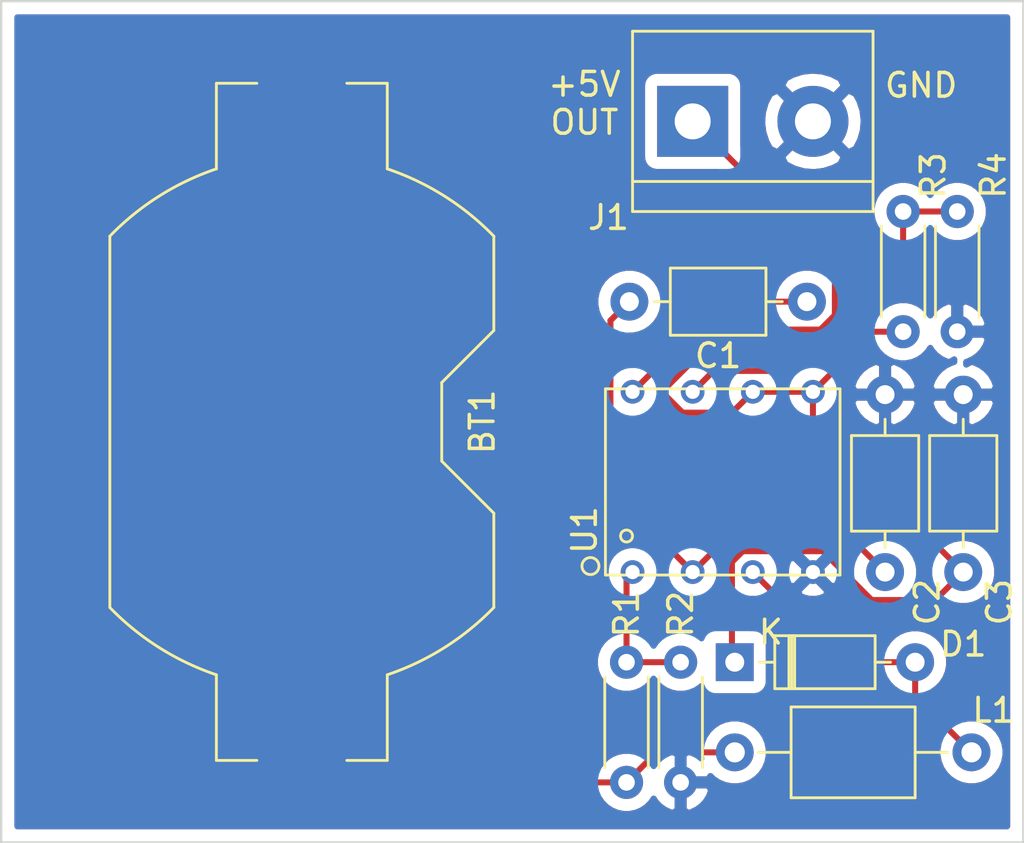
<source format=kicad_pcb>
(kicad_pcb (version 20171130) (host pcbnew "(5.1.8)-1")

  (general
    (thickness 1.6)
    (drawings 6)
    (tracks 46)
    (zones 0)
    (modules 12)
    (nets 9)
  )

  (page A4)
  (title_block
    (title "8.5 - +3V Battery To +5V DC-DC Converter")
    (date 2021-01-03)
    (comment 4 "Kaitlyn Wiseman")
  )

  (layers
    (0 F.Cu signal hide)
    (31 B.Cu signal hide)
    (32 B.Adhes user)
    (33 F.Adhes user)
    (34 B.Paste user)
    (35 F.Paste user)
    (36 B.SilkS user)
    (37 F.SilkS user)
    (38 B.Mask user)
    (39 F.Mask user)
    (40 Dwgs.User user)
    (41 Cmts.User user)
    (42 Eco1.User user)
    (43 Eco2.User user)
    (44 Edge.Cuts user)
    (45 Margin user)
    (46 B.CrtYd user hide)
    (47 F.CrtYd user hide)
    (48 B.Fab user hide)
    (49 F.Fab user hide)
  )

  (setup
    (last_trace_width 0.254)
    (trace_clearance 0.254)
    (zone_clearance 0.508)
    (zone_45_only no)
    (trace_min 0.254)
    (via_size 0.508)
    (via_drill 0.254)
    (via_min_size 0.508)
    (via_min_drill 0.254)
    (uvia_size 0.508)
    (uvia_drill 0.254)
    (uvias_allowed no)
    (uvia_min_size 0.508)
    (uvia_min_drill 0.254)
    (edge_width 0.05)
    (segment_width 0.2)
    (pcb_text_width 0.3)
    (pcb_text_size 1.5 1.5)
    (mod_edge_width 0.12)
    (mod_text_size 1 1)
    (mod_text_width 0.15)
    (pad_size 1.524 1.524)
    (pad_drill 0.762)
    (pad_to_mask_clearance 0.0508)
    (aux_axis_origin 0 0)
    (visible_elements FFFFFF7F)
    (pcbplotparams
      (layerselection 0x010fc_ffffffff)
      (usegerberextensions false)
      (usegerberattributes true)
      (usegerberadvancedattributes true)
      (creategerberjobfile true)
      (excludeedgelayer true)
      (linewidth 0.100000)
      (plotframeref false)
      (viasonmask false)
      (mode 1)
      (useauxorigin false)
      (hpglpennumber 1)
      (hpglpenspeed 20)
      (hpglpendiameter 15.000000)
      (psnegative false)
      (psa4output false)
      (plotreference true)
      (plotvalue true)
      (plotinvisibletext false)
      (padsonsilk false)
      (subtractmaskfromsilk false)
      (outputformat 1)
      (mirror false)
      (drillshape 1)
      (scaleselection 1)
      (outputdirectory ""))
  )

  (net 0 "")
  (net 1 "Net-(BT1-Pad1)")
  (net 2 GND)
  (net 3 "Net-(C1-Pad1)")
  (net 4 "Net-(C1-Pad2)")
  (net 5 "Net-(C3-Pad1)")
  (net 6 "Net-(D1-Pad2)")
  (net 7 "Net-(R1-Pad2)")
  (net 8 "Net-(R3-Pad2)")

  (net_class Default "This is the default net class."
    (clearance 0.254)
    (trace_width 0.254)
    (via_dia 0.508)
    (via_drill 0.254)
    (uvia_dia 0.508)
    (uvia_drill 0.254)
    (diff_pair_width 0.254)
    (diff_pair_gap 0.254)
    (add_net GND)
    (add_net "Net-(BT1-Pad1)")
    (add_net "Net-(C1-Pad1)")
    (add_net "Net-(C1-Pad2)")
    (add_net "Net-(C3-Pad1)")
    (add_net "Net-(D1-Pad2)")
    (add_net "Net-(R1-Pad2)")
    (add_net "Net-(R3-Pad2)")
  )

  (module Battery:BatteryHolder_Keystone_1058_1x2032 (layer F.Cu) (tedit 589EE147) (tstamp 5FF2B25D)
    (at 119.38 88.9 90)
    (descr http://www.keyelco.com/product-pdf.cfm?p=14028)
    (tags "Keystone type 1058 coin cell retainer")
    (path /5FF25B6D)
    (attr smd)
    (fp_text reference BT1 (at 0 7.62 90) (layer F.SilkS)
      (effects (font (size 1 1) (thickness 0.15)))
    )
    (fp_text value 3V (at 0 -9.398 90) (layer F.Fab)
      (effects (font (size 1 1) (thickness 0.15)))
    )
    (fp_circle (center 0 0) (end 10 0) (layer Dwgs.User) (width 0.15))
    (fp_line (start -7.8026 -8) (end 7.8026 -8) (layer F.Fab) (width 0.1))
    (fp_line (start -3.9 8) (end -7.8026 8) (layer F.Fab) (width 0.1))
    (fp_line (start -14.2 -3.5) (end -14.2 -1.9) (layer F.Fab) (width 0.1))
    (fp_line (start -14.2 -3.5) (end -10.61275 -3.5) (layer F.Fab) (width 0.1))
    (fp_line (start -1.7 5.8) (end 1.7 5.8) (layer F.Fab) (width 0.1))
    (fp_line (start -1.7 5.8) (end -3.9 8) (layer F.Fab) (width 0.1))
    (fp_line (start 1.7 5.8) (end 3.9 8) (layer F.Fab) (width 0.1))
    (fp_line (start 3.9 8) (end 7.8026 8) (layer F.Fab) (width 0.1))
    (fp_line (start -14.2 3.5) (end -10.61275 3.5) (layer F.Fab) (width 0.1))
    (fp_line (start -14.2 1.9) (end -14.2 3.5) (layer F.Fab) (width 0.1))
    (fp_line (start 14.2 -3.5) (end 14.2 -1.9) (layer F.Fab) (width 0.1))
    (fp_line (start 10.61275 -3.5) (end 14.2 -3.5) (layer F.Fab) (width 0.1))
    (fp_line (start 14.2 3.5) (end 10.61275 3.5) (layer F.Fab) (width 0.1))
    (fp_line (start 14.2 1.9) (end 14.2 3.5) (layer F.Fab) (width 0.1))
    (fp_line (start -14.31 -3.61) (end -10.692 -3.61) (layer F.SilkS) (width 0.12))
    (fp_line (start -14.31 -1.9) (end -14.31 -3.61) (layer F.SilkS) (width 0.12))
    (fp_line (start -7.8473 -8.11) (end 7.8473 -8.11) (layer F.SilkS) (width 0.12))
    (fp_line (start 14.31 -1.9) (end 14.31 -3.61) (layer F.SilkS) (width 0.12))
    (fp_line (start 10.692 -3.61) (end 14.31 -3.61) (layer F.SilkS) (width 0.12))
    (fp_line (start 14.31 3.61) (end 10.692 3.61) (layer F.SilkS) (width 0.12))
    (fp_line (start 14.31 1.9) (end 14.31 3.61) (layer F.SilkS) (width 0.12))
    (fp_line (start 7.8473 8.11) (end 3.86 8.11) (layer F.SilkS) (width 0.12))
    (fp_line (start 1.66 5.91) (end 3.86 8.11) (layer F.SilkS) (width 0.12))
    (fp_line (start 1.66 5.91) (end -1.66 5.91) (layer F.SilkS) (width 0.12))
    (fp_line (start -1.66 5.91) (end -3.86 8.11) (layer F.SilkS) (width 0.12))
    (fp_line (start -3.86 8.11) (end -7.8473 8.11) (layer F.SilkS) (width 0.12))
    (fp_line (start -10.692 3.61) (end -14.31 3.61) (layer F.SilkS) (width 0.12))
    (fp_line (start -14.31 1.9) (end -14.31 3.61) (layer F.SilkS) (width 0.12))
    (fp_line (start -16.45 4.11) (end -11.06 4.11) (layer F.CrtYd) (width 0.05))
    (fp_line (start -16.45 -4.11) (end -16.45 4.11) (layer F.CrtYd) (width 0.05))
    (fp_line (start -16.45 -4.11) (end -11.06 -4.11) (layer F.CrtYd) (width 0.05))
    (fp_line (start 16.45 -4.11) (end 11.06 -4.11) (layer F.CrtYd) (width 0.05))
    (fp_line (start 16.45 4.11) (end 16.45 -4.11) (layer F.CrtYd) (width 0.05))
    (fp_line (start 11.06 4.11) (end 16.45 4.11) (layer F.CrtYd) (width 0.05))
    (fp_text user %R (at 0 0 90) (layer F.Fab)
      (effects (font (size 1 1) (thickness 0.15)))
    )
    (fp_arc (start 0 0) (end 11.06 4.11) (angle 139.2) (layer F.CrtYd) (width 0.05))
    (fp_arc (start 0 0) (end -11.06 -4.11) (angle 139.2) (layer F.CrtYd) (width 0.05))
    (fp_arc (start 0 0) (end -10.692 3.61) (angle -27.3) (layer F.SilkS) (width 0.12))
    (fp_arc (start 0 0) (end 10.692 -3.61) (angle -27.3) (layer F.SilkS) (width 0.12))
    (fp_arc (start 0 0) (end 10.692 3.61) (angle 27.3) (layer F.SilkS) (width 0.12))
    (fp_arc (start 0 0) (end -10.692 -3.61) (angle 27.3) (layer F.SilkS) (width 0.12))
    (fp_arc (start 0 0) (end -10.61275 3.5) (angle -27.4635) (layer F.Fab) (width 0.1))
    (fp_arc (start 0 0) (end 10.61275 -3.5) (angle -27.4635) (layer F.Fab) (width 0.1))
    (fp_arc (start 0 0) (end 10.61275 3.5) (angle 27.4635) (layer F.Fab) (width 0.1))
    (fp_arc (start 0 0) (end -10.61275 -3.5) (angle 27.4635) (layer F.Fab) (width 0.1))
    (pad 1 smd rect (at -14.68 0 90) (size 2.54 3.51) (layers F.Cu F.Paste F.Mask)
      (net 1 "Net-(BT1-Pad1)"))
    (pad 2 smd rect (at 14.68 0 90) (size 2.54 3.51) (layers F.Cu F.Paste F.Mask)
      (net 2 GND))
    (model ${KISYS3DMOD}/Battery.3dshapes/BatteryHolder_Keystone_1058_1x2032.wrl
      (at (xyz 0 0 0))
      (scale (xyz 1 1 1))
      (rotate (xyz 0 0 0))
    )
  )

  (module Capacitor_THT:C_Axial_L3.8mm_D2.6mm_P7.50mm_Horizontal (layer F.Cu) (tedit 5AE50EF0) (tstamp 5FF2C4D7)
    (at 140.716 83.82 180)
    (descr "C, Axial series, Axial, Horizontal, pin pitch=7.5mm, , length*diameter=3.8*2.6mm^2, http://www.vishay.com/docs/45231/arseries.pdf")
    (tags "C Axial series Axial Horizontal pin pitch 7.5mm  length 3.8mm diameter 2.6mm")
    (path /5FF276E5)
    (fp_text reference C1 (at 3.75 -2.286) (layer F.SilkS)
      (effects (font (size 1 1) (thickness 0.15)))
    )
    (fp_text value 100pF (at 3.75 2.42) (layer F.Fab)
      (effects (font (size 1 1) (thickness 0.15)))
    )
    (fp_line (start 8.55 -1.55) (end -1.05 -1.55) (layer F.CrtYd) (width 0.05))
    (fp_line (start 8.55 1.55) (end 8.55 -1.55) (layer F.CrtYd) (width 0.05))
    (fp_line (start -1.05 1.55) (end 8.55 1.55) (layer F.CrtYd) (width 0.05))
    (fp_line (start -1.05 -1.55) (end -1.05 1.55) (layer F.CrtYd) (width 0.05))
    (fp_line (start 6.46 0) (end 5.77 0) (layer F.SilkS) (width 0.12))
    (fp_line (start 1.04 0) (end 1.73 0) (layer F.SilkS) (width 0.12))
    (fp_line (start 5.77 -1.42) (end 1.73 -1.42) (layer F.SilkS) (width 0.12))
    (fp_line (start 5.77 1.42) (end 5.77 -1.42) (layer F.SilkS) (width 0.12))
    (fp_line (start 1.73 1.42) (end 5.77 1.42) (layer F.SilkS) (width 0.12))
    (fp_line (start 1.73 -1.42) (end 1.73 1.42) (layer F.SilkS) (width 0.12))
    (fp_line (start 7.5 0) (end 5.65 0) (layer F.Fab) (width 0.1))
    (fp_line (start 0 0) (end 1.85 0) (layer F.Fab) (width 0.1))
    (fp_line (start 5.65 -1.3) (end 1.85 -1.3) (layer F.Fab) (width 0.1))
    (fp_line (start 5.65 1.3) (end 5.65 -1.3) (layer F.Fab) (width 0.1))
    (fp_line (start 1.85 1.3) (end 5.65 1.3) (layer F.Fab) (width 0.1))
    (fp_line (start 1.85 -1.3) (end 1.85 1.3) (layer F.Fab) (width 0.1))
    (fp_text user %R (at 3.75 0) (layer F.Fab)
      (effects (font (size 0.76 0.76) (thickness 0.114)))
    )
    (pad 1 thru_hole circle (at 0 0 180) (size 1.6 1.6) (drill 0.8) (layers *.Cu *.Mask)
      (net 3 "Net-(C1-Pad1)"))
    (pad 2 thru_hole oval (at 7.5 0 180) (size 1.6 1.6) (drill 0.8) (layers *.Cu *.Mask)
      (net 4 "Net-(C1-Pad2)"))
    (model ${KISYS3DMOD}/Capacitor_THT.3dshapes/C_Axial_L3.8mm_D2.6mm_P7.50mm_Horizontal.wrl
      (at (xyz 0 0 0))
      (scale (xyz 1 1 1))
      (rotate (xyz 0 0 0))
    )
  )

  (module Capacitor_THT:C_Axial_L3.8mm_D2.6mm_P7.50mm_Horizontal (layer F.Cu) (tedit 5AE50EF0) (tstamp 5FF2B28B)
    (at 144.018 95.25 90)
    (descr "C, Axial series, Axial, Horizontal, pin pitch=7.5mm, , length*diameter=3.8*2.6mm^2, http://www.vishay.com/docs/45231/arseries.pdf")
    (tags "C Axial series Axial Horizontal pin pitch 7.5mm  length 3.8mm diameter 2.6mm")
    (path /5FF28142)
    (fp_text reference C2 (at -1.27 1.778 90) (layer F.SilkS)
      (effects (font (size 1 1) (thickness 0.15)))
    )
    (fp_text value 47pF (at 3.75 2.42 90) (layer F.Fab)
      (effects (font (size 1 1) (thickness 0.15)))
    )
    (fp_text user %R (at 3.75 0 90) (layer F.Fab)
      (effects (font (size 0.76 0.76) (thickness 0.114)))
    )
    (fp_line (start 1.85 -1.3) (end 1.85 1.3) (layer F.Fab) (width 0.1))
    (fp_line (start 1.85 1.3) (end 5.65 1.3) (layer F.Fab) (width 0.1))
    (fp_line (start 5.65 1.3) (end 5.65 -1.3) (layer F.Fab) (width 0.1))
    (fp_line (start 5.65 -1.3) (end 1.85 -1.3) (layer F.Fab) (width 0.1))
    (fp_line (start 0 0) (end 1.85 0) (layer F.Fab) (width 0.1))
    (fp_line (start 7.5 0) (end 5.65 0) (layer F.Fab) (width 0.1))
    (fp_line (start 1.73 -1.42) (end 1.73 1.42) (layer F.SilkS) (width 0.12))
    (fp_line (start 1.73 1.42) (end 5.77 1.42) (layer F.SilkS) (width 0.12))
    (fp_line (start 5.77 1.42) (end 5.77 -1.42) (layer F.SilkS) (width 0.12))
    (fp_line (start 5.77 -1.42) (end 1.73 -1.42) (layer F.SilkS) (width 0.12))
    (fp_line (start 1.04 0) (end 1.73 0) (layer F.SilkS) (width 0.12))
    (fp_line (start 6.46 0) (end 5.77 0) (layer F.SilkS) (width 0.12))
    (fp_line (start -1.05 -1.55) (end -1.05 1.55) (layer F.CrtYd) (width 0.05))
    (fp_line (start -1.05 1.55) (end 8.55 1.55) (layer F.CrtYd) (width 0.05))
    (fp_line (start 8.55 1.55) (end 8.55 -1.55) (layer F.CrtYd) (width 0.05))
    (fp_line (start 8.55 -1.55) (end -1.05 -1.55) (layer F.CrtYd) (width 0.05))
    (pad 2 thru_hole oval (at 7.5 0 90) (size 1.6 1.6) (drill 0.8) (layers *.Cu *.Mask)
      (net 2 GND))
    (pad 1 thru_hole circle (at 0 0 90) (size 1.6 1.6) (drill 0.8) (layers *.Cu *.Mask)
      (net 4 "Net-(C1-Pad2)"))
    (model ${KISYS3DMOD}/Capacitor_THT.3dshapes/C_Axial_L3.8mm_D2.6mm_P7.50mm_Horizontal.wrl
      (at (xyz 0 0 0))
      (scale (xyz 1 1 1))
      (rotate (xyz 0 0 0))
    )
  )

  (module Capacitor_THT:C_Axial_L3.8mm_D2.6mm_P7.50mm_Horizontal (layer F.Cu) (tedit 5AE50EF0) (tstamp 5FF2B2A2)
    (at 147.32 95.25 90)
    (descr "C, Axial series, Axial, Horizontal, pin pitch=7.5mm, , length*diameter=3.8*2.6mm^2, http://www.vishay.com/docs/45231/arseries.pdf")
    (tags "C Axial series Axial Horizontal pin pitch 7.5mm  length 3.8mm diameter 2.6mm")
    (path /5FF32742)
    (fp_text reference C3 (at -1.27 1.524 90) (layer F.SilkS)
      (effects (font (size 1 1) (thickness 0.15)))
    )
    (fp_text value 470uF (at 3.75 2.42 90) (layer F.Fab)
      (effects (font (size 1 1) (thickness 0.15)))
    )
    (fp_line (start 8.55 -1.55) (end -1.05 -1.55) (layer F.CrtYd) (width 0.05))
    (fp_line (start 8.55 1.55) (end 8.55 -1.55) (layer F.CrtYd) (width 0.05))
    (fp_line (start -1.05 1.55) (end 8.55 1.55) (layer F.CrtYd) (width 0.05))
    (fp_line (start -1.05 -1.55) (end -1.05 1.55) (layer F.CrtYd) (width 0.05))
    (fp_line (start 6.46 0) (end 5.77 0) (layer F.SilkS) (width 0.12))
    (fp_line (start 1.04 0) (end 1.73 0) (layer F.SilkS) (width 0.12))
    (fp_line (start 5.77 -1.42) (end 1.73 -1.42) (layer F.SilkS) (width 0.12))
    (fp_line (start 5.77 1.42) (end 5.77 -1.42) (layer F.SilkS) (width 0.12))
    (fp_line (start 1.73 1.42) (end 5.77 1.42) (layer F.SilkS) (width 0.12))
    (fp_line (start 1.73 -1.42) (end 1.73 1.42) (layer F.SilkS) (width 0.12))
    (fp_line (start 7.5 0) (end 5.65 0) (layer F.Fab) (width 0.1))
    (fp_line (start 0 0) (end 1.85 0) (layer F.Fab) (width 0.1))
    (fp_line (start 5.65 -1.3) (end 1.85 -1.3) (layer F.Fab) (width 0.1))
    (fp_line (start 5.65 1.3) (end 5.65 -1.3) (layer F.Fab) (width 0.1))
    (fp_line (start 1.85 1.3) (end 5.65 1.3) (layer F.Fab) (width 0.1))
    (fp_line (start 1.85 -1.3) (end 1.85 1.3) (layer F.Fab) (width 0.1))
    (fp_text user %R (at 3.75 0 90) (layer F.Fab)
      (effects (font (size 0.76 0.76) (thickness 0.114)))
    )
    (pad 1 thru_hole circle (at 0 0 90) (size 1.6 1.6) (drill 0.8) (layers *.Cu *.Mask)
      (net 5 "Net-(C3-Pad1)"))
    (pad 2 thru_hole oval (at 7.5 0 90) (size 1.6 1.6) (drill 0.8) (layers *.Cu *.Mask)
      (net 2 GND))
    (model ${KISYS3DMOD}/Capacitor_THT.3dshapes/C_Axial_L3.8mm_D2.6mm_P7.50mm_Horizontal.wrl
      (at (xyz 0 0 0))
      (scale (xyz 1 1 1))
      (rotate (xyz 0 0 0))
    )
  )

  (module Diode_THT:D_DO-35_SOD27_P7.62mm_Horizontal (layer F.Cu) (tedit 5AE50CD5) (tstamp 5FF2BCB3)
    (at 137.668 99.06)
    (descr "Diode, DO-35_SOD27 series, Axial, Horizontal, pin pitch=7.62mm, , length*diameter=4*2mm^2, , http://www.diodes.com/_files/packages/DO-35.pdf")
    (tags "Diode DO-35_SOD27 series Axial Horizontal pin pitch 7.62mm  length 4mm diameter 2mm")
    (path /5FF2ED27)
    (fp_text reference D1 (at 9.652 -0.762) (layer F.SilkS)
      (effects (font (size 1 1) (thickness 0.15)))
    )
    (fp_text value 1N4148 (at 3.81 2.12) (layer F.Fab)
      (effects (font (size 1 1) (thickness 0.15)))
    )
    (fp_line (start 8.67 -1.25) (end -1.05 -1.25) (layer F.CrtYd) (width 0.05))
    (fp_line (start 8.67 1.25) (end 8.67 -1.25) (layer F.CrtYd) (width 0.05))
    (fp_line (start -1.05 1.25) (end 8.67 1.25) (layer F.CrtYd) (width 0.05))
    (fp_line (start -1.05 -1.25) (end -1.05 1.25) (layer F.CrtYd) (width 0.05))
    (fp_line (start 2.29 -1.12) (end 2.29 1.12) (layer F.SilkS) (width 0.12))
    (fp_line (start 2.53 -1.12) (end 2.53 1.12) (layer F.SilkS) (width 0.12))
    (fp_line (start 2.41 -1.12) (end 2.41 1.12) (layer F.SilkS) (width 0.12))
    (fp_line (start 6.58 0) (end 5.93 0) (layer F.SilkS) (width 0.12))
    (fp_line (start 1.04 0) (end 1.69 0) (layer F.SilkS) (width 0.12))
    (fp_line (start 5.93 -1.12) (end 1.69 -1.12) (layer F.SilkS) (width 0.12))
    (fp_line (start 5.93 1.12) (end 5.93 -1.12) (layer F.SilkS) (width 0.12))
    (fp_line (start 1.69 1.12) (end 5.93 1.12) (layer F.SilkS) (width 0.12))
    (fp_line (start 1.69 -1.12) (end 1.69 1.12) (layer F.SilkS) (width 0.12))
    (fp_line (start 2.31 -1) (end 2.31 1) (layer F.Fab) (width 0.1))
    (fp_line (start 2.51 -1) (end 2.51 1) (layer F.Fab) (width 0.1))
    (fp_line (start 2.41 -1) (end 2.41 1) (layer F.Fab) (width 0.1))
    (fp_line (start 7.62 0) (end 5.81 0) (layer F.Fab) (width 0.1))
    (fp_line (start 0 0) (end 1.81 0) (layer F.Fab) (width 0.1))
    (fp_line (start 5.81 -1) (end 1.81 -1) (layer F.Fab) (width 0.1))
    (fp_line (start 5.81 1) (end 5.81 -1) (layer F.Fab) (width 0.1))
    (fp_line (start 1.81 1) (end 5.81 1) (layer F.Fab) (width 0.1))
    (fp_line (start 1.81 -1) (end 1.81 1) (layer F.Fab) (width 0.1))
    (fp_text user %R (at 4.11 0) (layer F.Fab)
      (effects (font (size 0.8 0.8) (thickness 0.12)))
    )
    (fp_text user K (at 0 -1.8) (layer F.Fab)
      (effects (font (size 1 1) (thickness 0.15)))
    )
    (fp_text user K (at 1.524 -1.27) (layer F.SilkS)
      (effects (font (size 1 1) (thickness 0.15)))
    )
    (pad 1 thru_hole rect (at 0 0) (size 1.6 1.6) (drill 0.8) (layers *.Cu *.Mask)
      (net 5 "Net-(C3-Pad1)"))
    (pad 2 thru_hole oval (at 7.62 0) (size 1.6 1.6) (drill 0.8) (layers *.Cu *.Mask)
      (net 6 "Net-(D1-Pad2)"))
    (model ${KISYS3DMOD}/Diode_THT.3dshapes/D_DO-35_SOD27_P7.62mm_Horizontal.wrl
      (at (xyz 0 0 0))
      (scale (xyz 1 1 1))
      (rotate (xyz 0 0 0))
    )
  )

  (module TerminalBlock:TerminalBlock_bornier-2_P5.08mm (layer F.Cu) (tedit 59FF03AB) (tstamp 5FF2B2D6)
    (at 135.89 76.2)
    (descr "simple 2-pin terminal block, pitch 5.08mm, revamped version of bornier2")
    (tags "terminal block bornier2")
    (path /5FF3047C)
    (fp_text reference J1 (at -3.556 4.064) (layer F.SilkS)
      (effects (font (size 1 1) (thickness 0.15)))
    )
    (fp_text value Screw_Terminal_01x02 (at 2.54 5.08) (layer F.Fab)
      (effects (font (size 1 1) (thickness 0.15)))
    )
    (fp_line (start 7.79 4) (end -2.71 4) (layer F.CrtYd) (width 0.05))
    (fp_line (start 7.79 4) (end 7.79 -4) (layer F.CrtYd) (width 0.05))
    (fp_line (start -2.71 -4) (end -2.71 4) (layer F.CrtYd) (width 0.05))
    (fp_line (start -2.71 -4) (end 7.79 -4) (layer F.CrtYd) (width 0.05))
    (fp_line (start -2.54 3.81) (end 7.62 3.81) (layer F.SilkS) (width 0.12))
    (fp_line (start -2.54 -3.81) (end -2.54 3.81) (layer F.SilkS) (width 0.12))
    (fp_line (start 7.62 -3.81) (end -2.54 -3.81) (layer F.SilkS) (width 0.12))
    (fp_line (start 7.62 3.81) (end 7.62 -3.81) (layer F.SilkS) (width 0.12))
    (fp_line (start 7.62 2.54) (end -2.54 2.54) (layer F.SilkS) (width 0.12))
    (fp_line (start 7.54 -3.75) (end -2.46 -3.75) (layer F.Fab) (width 0.1))
    (fp_line (start 7.54 3.75) (end 7.54 -3.75) (layer F.Fab) (width 0.1))
    (fp_line (start -2.46 3.75) (end 7.54 3.75) (layer F.Fab) (width 0.1))
    (fp_line (start -2.46 -3.75) (end -2.46 3.75) (layer F.Fab) (width 0.1))
    (fp_line (start -2.41 2.55) (end 7.49 2.55) (layer F.Fab) (width 0.1))
    (fp_text user %R (at 2.54 0) (layer F.Fab)
      (effects (font (size 1 1) (thickness 0.15)))
    )
    (pad 1 thru_hole rect (at 0 0) (size 3 3) (drill 1.52) (layers *.Cu *.Mask)
      (net 5 "Net-(C3-Pad1)"))
    (pad 2 thru_hole circle (at 5.08 0) (size 3 3) (drill 1.52) (layers *.Cu *.Mask)
      (net 2 GND))
    (model ${KISYS3DMOD}/TerminalBlock.3dshapes/TerminalBlock_bornier-2_P5.08mm.wrl
      (offset (xyz 2.539999961853027 0 0))
      (scale (xyz 1 1 1))
      (rotate (xyz 0 0 0))
    )
  )

  (module Inductor_THT:L_Axial_L5.0mm_D3.6mm_P10.00mm_Horizontal_Murata_BL01RN1A2A2 (layer F.Cu) (tedit 5BC67E52) (tstamp 5FF2B2ED)
    (at 137.668 102.87)
    (descr "Inductor, Murata BL01RN1A2A2, Axial, Horizontal, pin pitch=10.00mm, length*diameter=5*3.6mm, https://www.murata.com/en-global/products/productdetail?partno=BL01RN1A2A2%23")
    (tags "inductor axial horizontal")
    (path /5FF2A088)
    (fp_text reference L1 (at 10.922 -1.778) (layer F.SilkS)
      (effects (font (size 1 1) (thickness 0.15)))
    )
    (fp_text value 470uH (at 5 3) (layer F.Fab)
      (effects (font (size 1 1) (thickness 0.15)))
    )
    (fp_line (start 11.05 -2.05) (end -1.05 -2.05) (layer F.CrtYd) (width 0.05))
    (fp_line (start 11.05 2.05) (end 11.05 -2.05) (layer F.CrtYd) (width 0.05))
    (fp_line (start -1.05 2.05) (end 11.05 2.05) (layer F.CrtYd) (width 0.05))
    (fp_line (start -1.05 -2.05) (end -1.05 2.05) (layer F.CrtYd) (width 0.05))
    (fp_line (start 9 0) (end 7.62 0) (layer F.SilkS) (width 0.12))
    (fp_line (start 1 0) (end 2.38 0) (layer F.SilkS) (width 0.12))
    (fp_line (start 7.62 -1.92) (end 2.38 -1.92) (layer F.SilkS) (width 0.12))
    (fp_line (start 7.62 1.92) (end 7.62 -1.92) (layer F.SilkS) (width 0.12))
    (fp_line (start 2.38 1.92) (end 7.62 1.92) (layer F.SilkS) (width 0.12))
    (fp_line (start 2.38 -1.92) (end 2.38 1.92) (layer F.SilkS) (width 0.12))
    (fp_line (start 10 0) (end 7.5 0) (layer F.Fab) (width 0.1))
    (fp_line (start 0 0) (end 2.5 0) (layer F.Fab) (width 0.1))
    (fp_line (start 7.5 -1.8) (end 2.5 -1.8) (layer F.Fab) (width 0.1))
    (fp_line (start 7.5 1.8) (end 7.5 -1.8) (layer F.Fab) (width 0.1))
    (fp_line (start 2.5 1.8) (end 7.5 1.8) (layer F.Fab) (width 0.1))
    (fp_line (start 2.5 -1.8) (end 2.5 1.8) (layer F.Fab) (width 0.1))
    (fp_text user %R (at 5 0) (layer F.Fab)
      (effects (font (size 1 1) (thickness 0.15)))
    )
    (pad 1 thru_hole circle (at 0 0) (size 1.6 1.6) (drill 0.85) (layers *.Cu *.Mask)
      (net 1 "Net-(BT1-Pad1)"))
    (pad 2 thru_hole oval (at 10 0) (size 1.6 1.6) (drill 0.85) (layers *.Cu *.Mask)
      (net 6 "Net-(D1-Pad2)"))
    (model ${KISYS3DMOD}/Inductor_THT.3dshapes/L_Axial_L5.0mm_D3.6mm_P10.00mm_Horizontal_Murata_BL01RN1A2A2.wrl
      (at (xyz 0 0 0))
      (scale (xyz 1 1 1))
      (rotate (xyz 0 0 0))
    )
  )

  (module Resistor_THT:R_Axial_DIN0204_L3.6mm_D1.6mm_P5.08mm_Horizontal (layer F.Cu) (tedit 5AE5139B) (tstamp 5FF2B300)
    (at 133.096 104.14 90)
    (descr "Resistor, Axial_DIN0204 series, Axial, Horizontal, pin pitch=5.08mm, 0.167W, length*diameter=3.6*1.6mm^2, http://cdn-reichelt.de/documents/datenblatt/B400/1_4W%23YAG.pdf")
    (tags "Resistor Axial_DIN0204 series Axial Horizontal pin pitch 5.08mm 0.167W length 3.6mm diameter 1.6mm")
    (path /5FF261AB)
    (fp_text reference R1 (at 7.112 0 90) (layer F.SilkS)
      (effects (font (size 1 1) (thickness 0.15)))
    )
    (fp_text value 249k (at 2.54 1.92 90) (layer F.Fab)
      (effects (font (size 1 1) (thickness 0.15)))
    )
    (fp_line (start 6.03 -1.05) (end -0.95 -1.05) (layer F.CrtYd) (width 0.05))
    (fp_line (start 6.03 1.05) (end 6.03 -1.05) (layer F.CrtYd) (width 0.05))
    (fp_line (start -0.95 1.05) (end 6.03 1.05) (layer F.CrtYd) (width 0.05))
    (fp_line (start -0.95 -1.05) (end -0.95 1.05) (layer F.CrtYd) (width 0.05))
    (fp_line (start 0.62 0.92) (end 4.46 0.92) (layer F.SilkS) (width 0.12))
    (fp_line (start 0.62 -0.92) (end 4.46 -0.92) (layer F.SilkS) (width 0.12))
    (fp_line (start 5.08 0) (end 4.34 0) (layer F.Fab) (width 0.1))
    (fp_line (start 0 0) (end 0.74 0) (layer F.Fab) (width 0.1))
    (fp_line (start 4.34 -0.8) (end 0.74 -0.8) (layer F.Fab) (width 0.1))
    (fp_line (start 4.34 0.8) (end 4.34 -0.8) (layer F.Fab) (width 0.1))
    (fp_line (start 0.74 0.8) (end 4.34 0.8) (layer F.Fab) (width 0.1))
    (fp_line (start 0.74 -0.8) (end 0.74 0.8) (layer F.Fab) (width 0.1))
    (fp_text user %R (at 2.54 0 90) (layer F.Fab)
      (effects (font (size 0.72 0.72) (thickness 0.108)))
    )
    (pad 1 thru_hole circle (at 0 0 90) (size 1.4 1.4) (drill 0.7) (layers *.Cu *.Mask)
      (net 1 "Net-(BT1-Pad1)"))
    (pad 2 thru_hole oval (at 5.08 0 90) (size 1.4 1.4) (drill 0.7) (layers *.Cu *.Mask)
      (net 7 "Net-(R1-Pad2)"))
    (model ${KISYS3DMOD}/Resistor_THT.3dshapes/R_Axial_DIN0204_L3.6mm_D1.6mm_P5.08mm_Horizontal.wrl
      (at (xyz 0 0 0))
      (scale (xyz 1 1 1))
      (rotate (xyz 0 0 0))
    )
  )

  (module Resistor_THT:R_Axial_DIN0204_L3.6mm_D1.6mm_P5.08mm_Horizontal (layer F.Cu) (tedit 5AE5139B) (tstamp 5FF2B313)
    (at 135.382 99.06 270)
    (descr "Resistor, Axial_DIN0204 series, Axial, Horizontal, pin pitch=5.08mm, 0.167W, length*diameter=3.6*1.6mm^2, http://cdn-reichelt.de/documents/datenblatt/B400/1_4W%23YAG.pdf")
    (tags "Resistor Axial_DIN0204 series Axial Horizontal pin pitch 5.08mm 0.167W length 3.6mm diameter 1.6mm")
    (path /5FF26936)
    (fp_text reference R2 (at -2.032 0 90) (layer F.SilkS)
      (effects (font (size 1 1) (thickness 0.15)))
    )
    (fp_text value 499k (at 2.54 1.92 90) (layer F.Fab)
      (effects (font (size 1 1) (thickness 0.15)))
    )
    (fp_text user %R (at 2.54 0 90) (layer F.Fab)
      (effects (font (size 0.72 0.72) (thickness 0.108)))
    )
    (fp_line (start 0.74 -0.8) (end 0.74 0.8) (layer F.Fab) (width 0.1))
    (fp_line (start 0.74 0.8) (end 4.34 0.8) (layer F.Fab) (width 0.1))
    (fp_line (start 4.34 0.8) (end 4.34 -0.8) (layer F.Fab) (width 0.1))
    (fp_line (start 4.34 -0.8) (end 0.74 -0.8) (layer F.Fab) (width 0.1))
    (fp_line (start 0 0) (end 0.74 0) (layer F.Fab) (width 0.1))
    (fp_line (start 5.08 0) (end 4.34 0) (layer F.Fab) (width 0.1))
    (fp_line (start 0.62 -0.92) (end 4.46 -0.92) (layer F.SilkS) (width 0.12))
    (fp_line (start 0.62 0.92) (end 4.46 0.92) (layer F.SilkS) (width 0.12))
    (fp_line (start -0.95 -1.05) (end -0.95 1.05) (layer F.CrtYd) (width 0.05))
    (fp_line (start -0.95 1.05) (end 6.03 1.05) (layer F.CrtYd) (width 0.05))
    (fp_line (start 6.03 1.05) (end 6.03 -1.05) (layer F.CrtYd) (width 0.05))
    (fp_line (start 6.03 -1.05) (end -0.95 -1.05) (layer F.CrtYd) (width 0.05))
    (pad 2 thru_hole oval (at 5.08 0 270) (size 1.4 1.4) (drill 0.7) (layers *.Cu *.Mask)
      (net 2 GND))
    (pad 1 thru_hole circle (at 0 0 270) (size 1.4 1.4) (drill 0.7) (layers *.Cu *.Mask)
      (net 7 "Net-(R1-Pad2)"))
    (model ${KISYS3DMOD}/Resistor_THT.3dshapes/R_Axial_DIN0204_L3.6mm_D1.6mm_P5.08mm_Horizontal.wrl
      (at (xyz 0 0 0))
      (scale (xyz 1 1 1))
      (rotate (xyz 0 0 0))
    )
  )

  (module Resistor_THT:R_Axial_DIN0204_L3.6mm_D1.6mm_P5.08mm_Horizontal (layer F.Cu) (tedit 5AE5139B) (tstamp 5FF2C8A8)
    (at 144.78 85.09 90)
    (descr "Resistor, Axial_DIN0204 series, Axial, Horizontal, pin pitch=5.08mm, 0.167W, length*diameter=3.6*1.6mm^2, http://cdn-reichelt.de/documents/datenblatt/B400/1_4W%23YAG.pdf")
    (tags "Resistor Axial_DIN0204 series Axial Horizontal pin pitch 5.08mm 0.167W length 3.6mm diameter 1.6mm")
    (path /5FF2C895)
    (fp_text reference R3 (at 6.604 1.27 90) (layer F.SilkS)
      (effects (font (size 1 1) (thickness 0.15)))
    )
    (fp_text value 540k (at 2.54 1.92 90) (layer F.Fab)
      (effects (font (size 1 1) (thickness 0.15)))
    )
    (fp_line (start 6.03 -1.05) (end -0.95 -1.05) (layer F.CrtYd) (width 0.05))
    (fp_line (start 6.03 1.05) (end 6.03 -1.05) (layer F.CrtYd) (width 0.05))
    (fp_line (start -0.95 1.05) (end 6.03 1.05) (layer F.CrtYd) (width 0.05))
    (fp_line (start -0.95 -1.05) (end -0.95 1.05) (layer F.CrtYd) (width 0.05))
    (fp_line (start 0.62 0.92) (end 4.46 0.92) (layer F.SilkS) (width 0.12))
    (fp_line (start 0.62 -0.92) (end 4.46 -0.92) (layer F.SilkS) (width 0.12))
    (fp_line (start 5.08 0) (end 4.34 0) (layer F.Fab) (width 0.1))
    (fp_line (start 0 0) (end 0.74 0) (layer F.Fab) (width 0.1))
    (fp_line (start 4.34 -0.8) (end 0.74 -0.8) (layer F.Fab) (width 0.1))
    (fp_line (start 4.34 0.8) (end 4.34 -0.8) (layer F.Fab) (width 0.1))
    (fp_line (start 0.74 0.8) (end 4.34 0.8) (layer F.Fab) (width 0.1))
    (fp_line (start 0.74 -0.8) (end 0.74 0.8) (layer F.Fab) (width 0.1))
    (fp_text user %R (at 2.54 0 90) (layer F.Fab)
      (effects (font (size 0.72 0.72) (thickness 0.108)))
    )
    (pad 1 thru_hole circle (at 0 0 90) (size 1.4 1.4) (drill 0.7) (layers *.Cu *.Mask)
      (net 5 "Net-(C3-Pad1)"))
    (pad 2 thru_hole oval (at 5.08 0 90) (size 1.4 1.4) (drill 0.7) (layers *.Cu *.Mask)
      (net 8 "Net-(R3-Pad2)"))
    (model ${KISYS3DMOD}/Resistor_THT.3dshapes/R_Axial_DIN0204_L3.6mm_D1.6mm_P5.08mm_Horizontal.wrl
      (at (xyz 0 0 0))
      (scale (xyz 1 1 1))
      (rotate (xyz 0 0 0))
    )
  )

  (module Resistor_THT:R_Axial_DIN0204_L3.6mm_D1.6mm_P5.08mm_Horizontal (layer F.Cu) (tedit 5AE5139B) (tstamp 5FF2C2CE)
    (at 147.066 80.01 270)
    (descr "Resistor, Axial_DIN0204 series, Axial, Horizontal, pin pitch=5.08mm, 0.167W, length*diameter=3.6*1.6mm^2, http://cdn-reichelt.de/documents/datenblatt/B400/1_4W%23YAG.pdf")
    (tags "Resistor Axial_DIN0204 series Axial Horizontal pin pitch 5.08mm 0.167W length 3.6mm diameter 1.6mm")
    (path /5FF2CB95)
    (fp_text reference R4 (at -1.524 -1.524 90) (layer F.SilkS)
      (effects (font (size 1 1) (thickness 0.15)))
    )
    (fp_text value 200k (at 2.54 1.92 90) (layer F.Fab)
      (effects (font (size 1 1) (thickness 0.15)))
    )
    (fp_text user %R (at 2.54 0 90) (layer F.Fab)
      (effects (font (size 0.72 0.72) (thickness 0.108)))
    )
    (fp_line (start 0.74 -0.8) (end 0.74 0.8) (layer F.Fab) (width 0.1))
    (fp_line (start 0.74 0.8) (end 4.34 0.8) (layer F.Fab) (width 0.1))
    (fp_line (start 4.34 0.8) (end 4.34 -0.8) (layer F.Fab) (width 0.1))
    (fp_line (start 4.34 -0.8) (end 0.74 -0.8) (layer F.Fab) (width 0.1))
    (fp_line (start 0 0) (end 0.74 0) (layer F.Fab) (width 0.1))
    (fp_line (start 5.08 0) (end 4.34 0) (layer F.Fab) (width 0.1))
    (fp_line (start 0.62 -0.92) (end 4.46 -0.92) (layer F.SilkS) (width 0.12))
    (fp_line (start 0.62 0.92) (end 4.46 0.92) (layer F.SilkS) (width 0.12))
    (fp_line (start -0.95 -1.05) (end -0.95 1.05) (layer F.CrtYd) (width 0.05))
    (fp_line (start -0.95 1.05) (end 6.03 1.05) (layer F.CrtYd) (width 0.05))
    (fp_line (start 6.03 1.05) (end 6.03 -1.05) (layer F.CrtYd) (width 0.05))
    (fp_line (start 6.03 -1.05) (end -0.95 -1.05) (layer F.CrtYd) (width 0.05))
    (pad 2 thru_hole oval (at 5.08 0 270) (size 1.4 1.4) (drill 0.7) (layers *.Cu *.Mask)
      (net 2 GND))
    (pad 1 thru_hole circle (at 0 0 270) (size 1.4 1.4) (drill 0.7) (layers *.Cu *.Mask)
      (net 8 "Net-(R3-Pad2)"))
    (model ${KISYS3DMOD}/Resistor_THT.3dshapes/R_Axial_DIN0204_L3.6mm_D1.6mm_P5.08mm_Horizontal.wrl
      (at (xyz 0 0 0))
      (scale (xyz 1 1 1))
      (rotate (xyz 0 0 0))
    )
  )

  (module MAX630:MAX630CPA+_8-pin_CDIP (layer F.Cu) (tedit 5FECF6CA) (tstamp 5FF2C537)
    (at 137.16 91.44)
    (path /5FF24439)
    (fp_text reference U1 (at -5.842 2.032 90) (layer F.SilkS)
      (effects (font (size 1 1) (thickness 0.15)))
    )
    (fp_text value MAX630 (at 0 -5.842) (layer F.Fab)
      (effects (font (size 1 1) (thickness 0.15)))
    )
    (fp_circle (center -5.588 3.556) (end -5.334 3.302) (layer F.SilkS) (width 0.12))
    (fp_circle (center -4.064 2.286) (end -3.81 2.286) (layer F.SilkS) (width 0.12))
    (fp_line (start -4.955 -3.935) (end -4.955 3.935) (layer F.SilkS) (width 0.12))
    (fp_line (start -4.955 -3.935) (end 4.955 -3.935) (layer F.SilkS) (width 0.12))
    (fp_line (start 4.955 -3.935) (end 4.955 3.935) (layer F.SilkS) (width 0.12))
    (fp_line (start -4.955 3.935) (end 4.955 3.935) (layer F.SilkS) (width 0.12))
    (pad 1 thru_hole circle (at -3.81 3.81) (size 1 1) (drill 0.6) (layers *.Cu *.Mask)
      (net 7 "Net-(R1-Pad2)"))
    (pad 2 thru_hole circle (at -1.27 3.81) (size 1 1) (drill 0.6) (layers *.Cu *.Mask)
      (net 4 "Net-(C1-Pad2)"))
    (pad 3 thru_hole circle (at 1.27 3.81) (size 1 1) (drill 0.6) (layers *.Cu *.Mask)
      (net 6 "Net-(D1-Pad2)"))
    (pad 4 thru_hole circle (at 3.81 3.81) (size 1 1) (drill 0.6) (layers *.Cu *.Mask)
      (net 2 GND))
    (pad 5 thru_hole circle (at 3.81 -3.81) (size 1 1) (drill 0.6) (layers *.Cu *.Mask)
      (net 5 "Net-(C3-Pad1)"))
    (pad 6 thru_hole circle (at 1.27 -3.81) (size 1 1) (drill 0.6) (layers *.Cu *.Mask)
      (net 5 "Net-(C3-Pad1)"))
    (pad 7 thru_hole circle (at -1.27 -3.81) (size 1 1) (drill 0.6) (layers *.Cu *.Mask)
      (net 8 "Net-(R3-Pad2)"))
    (pad 8 thru_hole circle (at -3.81 -3.81) (size 1 1) (drill 0.6) (layers *.Cu *.Mask)
      (net 3 "Net-(C1-Pad1)"))
  )

  (gr_text "+5V\nOUT" (at 131.318 75.438) (layer F.SilkS)
    (effects (font (size 1 1) (thickness 0.15)))
  )
  (gr_text GND (at 145.542 74.676) (layer F.SilkS)
    (effects (font (size 1 1) (thickness 0.15)))
  )
  (gr_line (start 149.86 71.12) (end 149.86 106.68) (layer Edge.Cuts) (width 0.1))
  (gr_line (start 106.68 71.12) (end 149.86 71.12) (layer Edge.Cuts) (width 0.1))
  (gr_line (start 106.68 106.68) (end 106.68 71.12) (layer Edge.Cuts) (width 0.1))
  (gr_line (start 149.86 106.68) (end 106.68 106.68) (layer Edge.Cuts) (width 0.1))

  (segment (start 134.366 102.87) (end 133.096 104.14) (width 0.254) (layer F.Cu) (net 1))
  (segment (start 137.668 102.87) (end 134.366 102.87) (width 0.254) (layer F.Cu) (net 1))
  (segment (start 119.94 104.14) (end 119.38 103.58) (width 0.254) (layer F.Cu) (net 1))
  (segment (start 133.096 104.14) (end 119.94 104.14) (width 0.254) (layer F.Cu) (net 1))
  (segment (start 137.16 83.82) (end 140.716 83.82) (width 0.254) (layer F.Cu) (net 3))
  (segment (start 133.35 87.63) (end 137.16 83.82) (width 0.254) (layer F.Cu) (net 3))
  (segment (start 132.416001 91.776001) (end 135.89 95.25) (width 0.254) (layer F.Cu) (net 4))
  (segment (start 132.416001 84.619999) (end 132.416001 91.776001) (width 0.254) (layer F.Cu) (net 4))
  (segment (start 133.216 83.82) (end 132.416001 84.619999) (width 0.254) (layer F.Cu) (net 4))
  (segment (start 142.62899 93.86099) (end 144.018 95.25) (width 0.254) (layer F.Cu) (net 4))
  (segment (start 137.27901 93.86099) (end 142.62899 93.86099) (width 0.254) (layer F.Cu) (net 4))
  (segment (start 135.89 95.25) (end 137.27901 93.86099) (width 0.254) (layer F.Cu) (net 4))
  (segment (start 141.282881 85.001001) (end 141.897001 84.386881) (width 0.254) (layer F.Cu) (net 5))
  (segment (start 137.215117 85.001001) (end 141.282881 85.001001) (width 0.254) (layer F.Cu) (net 5))
  (segment (start 134.62 87.596118) (end 137.215117 85.001001) (width 0.254) (layer F.Cu) (net 5))
  (segment (start 135.467119 88.511001) (end 134.62 87.663882) (width 0.254) (layer F.Cu) (net 5))
  (segment (start 141.897001 84.386881) (end 141.897001 82.207001) (width 0.254) (layer F.Cu) (net 5))
  (segment (start 137.548999 88.511001) (end 135.467119 88.511001) (width 0.254) (layer F.Cu) (net 5))
  (segment (start 141.897001 82.207001) (end 135.89 76.2) (width 0.254) (layer F.Cu) (net 5))
  (segment (start 134.62 87.663882) (end 134.62 87.596118) (width 0.254) (layer F.Cu) (net 5))
  (segment (start 138.43 87.63) (end 137.548999 88.511001) (width 0.254) (layer F.Cu) (net 5))
  (segment (start 138.43 87.63) (end 140.97 87.63) (width 0.254) (layer F.Cu) (net 5))
  (segment (start 143.51 85.09) (end 140.97 87.63) (width 0.254) (layer F.Cu) (net 5))
  (segment (start 144.78 85.09) (end 143.51 85.09) (width 0.254) (layer F.Cu) (net 5))
  (segment (start 140.97 88.9) (end 147.32 95.25) (width 0.254) (layer F.Cu) (net 5))
  (segment (start 140.97 87.63) (end 140.97 88.9) (width 0.254) (layer F.Cu) (net 5))
  (segment (start 143.451119 96.431001) (end 146.138999 96.431001) (width 0.254) (layer F.Cu) (net 5))
  (segment (start 141.389117 94.368999) (end 143.451119 96.431001) (width 0.254) (layer F.Cu) (net 5))
  (segment (start 138.007119 94.368999) (end 141.389117 94.368999) (width 0.254) (layer F.Cu) (net 5))
  (segment (start 146.138999 96.431001) (end 147.32 95.25) (width 0.254) (layer F.Cu) (net 5))
  (segment (start 137.548999 94.827119) (end 138.007119 94.368999) (width 0.254) (layer F.Cu) (net 5))
  (segment (start 137.548999 98.940999) (end 137.548999 94.827119) (width 0.254) (layer F.Cu) (net 5))
  (segment (start 137.668 99.06) (end 137.548999 98.940999) (width 0.254) (layer F.Cu) (net 5))
  (segment (start 145.288 100.49) (end 147.668 102.87) (width 0.254) (layer F.Cu) (net 6))
  (segment (start 145.288 99.06) (end 145.288 100.49) (width 0.254) (layer F.Cu) (net 6))
  (segment (start 142.24 99.06) (end 145.288 99.06) (width 0.254) (layer F.Cu) (net 6))
  (segment (start 138.43 95.25) (end 142.24 99.06) (width 0.254) (layer F.Cu) (net 6))
  (segment (start 135.382 99.06) (end 133.096 99.06) (width 0.254) (layer F.Cu) (net 7))
  (segment (start 133.096 95.504) (end 133.35 95.25) (width 0.254) (layer F.Cu) (net 7))
  (segment (start 133.096 99.06) (end 133.096 95.504) (width 0.254) (layer F.Cu) (net 7))
  (segment (start 144.78 80.01) (end 147.066 80.01) (width 0.254) (layer F.Cu) (net 8))
  (segment (start 144.78 81.503882) (end 144.78 80.01) (width 0.254) (layer F.Cu) (net 8))
  (segment (start 144.78 82.222316) (end 144.78 81.503882) (width 0.254) (layer F.Cu) (net 8))
  (segment (start 140.253317 86.748999) (end 144.78 82.222316) (width 0.254) (layer F.Cu) (net 8))
  (segment (start 136.771001 86.748999) (end 140.253317 86.748999) (width 0.254) (layer F.Cu) (net 8))
  (segment (start 135.89 87.63) (end 136.771001 86.748999) (width 0.254) (layer F.Cu) (net 8))

  (zone (net 2) (net_name GND) (layer F.Cu) (tstamp 0) (hatch edge 0.508)
    (connect_pads (clearance 0.508))
    (min_thickness 0.254)
    (fill yes (arc_segments 32) (thermal_gap 0.508) (thermal_bridge_width 0.508))
    (polygon
      (pts
        (xy 152.4 109.22) (xy 104.14 109.22) (xy 104.14 68.58) (xy 152.4 68.58)
      )
    )
    (filled_polygon
      (pts
        (xy 149.175001 105.995) (xy 107.365 105.995) (xy 107.365 102.31) (xy 116.986928 102.31) (xy 116.986928 104.85)
        (xy 116.999188 104.974482) (xy 117.035498 105.09418) (xy 117.094463 105.204494) (xy 117.173815 105.301185) (xy 117.270506 105.380537)
        (xy 117.38082 105.439502) (xy 117.500518 105.475812) (xy 117.625 105.488072) (xy 121.135 105.488072) (xy 121.259482 105.475812)
        (xy 121.37918 105.439502) (xy 121.489494 105.380537) (xy 121.586185 105.301185) (xy 121.665537 105.204494) (xy 121.724502 105.09418)
        (xy 121.760812 104.974482) (xy 121.767951 104.902) (xy 131.999562 104.902) (xy 132.059038 104.991013) (xy 132.244987 105.176962)
        (xy 132.463641 105.323061) (xy 132.706595 105.423696) (xy 132.964514 105.475) (xy 133.227486 105.475) (xy 133.485405 105.423696)
        (xy 133.728359 105.323061) (xy 133.947013 105.176962) (xy 134.132962 104.991013) (xy 134.243741 104.82522) (xy 134.315241 104.94266)
        (xy 134.49233 105.135351) (xy 134.703608 105.289792) (xy 134.940956 105.400047) (xy 135.048671 105.432716) (xy 135.255 105.309374)
        (xy 135.255 104.267) (xy 135.509 104.267) (xy 135.509 105.309374) (xy 135.715329 105.432716) (xy 135.823044 105.400047)
        (xy 136.060392 105.289792) (xy 136.27167 105.135351) (xy 136.448759 104.94266) (xy 136.584853 104.719123) (xy 136.674722 104.47333)
        (xy 136.552201 104.267) (xy 135.509 104.267) (xy 135.255 104.267) (xy 135.235 104.267) (xy 135.235 104.013)
        (xy 135.255 104.013) (xy 135.255 103.993) (xy 135.509 103.993) (xy 135.509 104.013) (xy 136.552201 104.013)
        (xy 136.63767 103.869066) (xy 136.753241 103.984637) (xy 136.988273 104.14168) (xy 137.249426 104.249853) (xy 137.526665 104.305)
        (xy 137.809335 104.305) (xy 138.086574 104.249853) (xy 138.347727 104.14168) (xy 138.582759 103.984637) (xy 138.782637 103.784759)
        (xy 138.93968 103.549727) (xy 139.047853 103.288574) (xy 139.103 103.011335) (xy 139.103 102.728665) (xy 139.047853 102.451426)
        (xy 138.93968 102.190273) (xy 138.782637 101.955241) (xy 138.582759 101.755363) (xy 138.347727 101.59832) (xy 138.086574 101.490147)
        (xy 137.809335 101.435) (xy 137.526665 101.435) (xy 137.249426 101.490147) (xy 136.988273 101.59832) (xy 136.753241 101.755363)
        (xy 136.553363 101.955241) (xy 136.451293 102.108) (xy 134.403422 102.108) (xy 134.365999 102.104314) (xy 134.328576 102.108)
        (xy 134.328574 102.108) (xy 134.216622 102.119026) (xy 134.072985 102.162598) (xy 133.940608 102.233355) (xy 133.824578 102.328578)
        (xy 133.800721 102.357648) (xy 133.332484 102.825886) (xy 133.227486 102.805) (xy 132.964514 102.805) (xy 132.706595 102.856304)
        (xy 132.463641 102.956939) (xy 132.244987 103.103038) (xy 132.059038 103.288987) (xy 131.999562 103.378) (xy 121.773072 103.378)
        (xy 121.773072 102.31) (xy 121.760812 102.185518) (xy 121.724502 102.06582) (xy 121.665537 101.955506) (xy 121.586185 101.858815)
        (xy 121.489494 101.779463) (xy 121.37918 101.720498) (xy 121.259482 101.684188) (xy 121.135 101.671928) (xy 117.625 101.671928)
        (xy 117.500518 101.684188) (xy 117.38082 101.720498) (xy 117.270506 101.779463) (xy 117.173815 101.858815) (xy 117.094463 101.955506)
        (xy 117.035498 102.06582) (xy 116.999188 102.185518) (xy 116.986928 102.31) (xy 107.365 102.31) (xy 107.365 84.619999)
        (xy 131.650315 84.619999) (xy 131.654001 84.657422) (xy 131.654002 91.738568) (xy 131.650315 91.776001) (xy 131.665028 91.925379)
        (xy 131.7086 92.069016) (xy 131.779356 92.201393) (xy 131.850722 92.288352) (xy 131.87458 92.317423) (xy 131.90365 92.34128)
        (xy 133.749215 94.186845) (xy 133.681067 94.158617) (xy 133.461788 94.115) (xy 133.238212 94.115) (xy 133.018933 94.158617)
        (xy 132.812376 94.244176) (xy 132.62648 94.368388) (xy 132.468388 94.52648) (xy 132.344176 94.712376) (xy 132.258617 94.918933)
        (xy 132.215 95.138212) (xy 132.215 95.361788) (xy 132.258617 95.581067) (xy 132.334001 95.763059) (xy 132.334 97.963562)
        (xy 132.244987 98.023038) (xy 132.059038 98.208987) (xy 131.912939 98.427641) (xy 131.812304 98.670595) (xy 131.761 98.928514)
        (xy 131.761 99.191486) (xy 131.812304 99.449405) (xy 131.912939 99.692359) (xy 132.059038 99.911013) (xy 132.244987 100.096962)
        (xy 132.463641 100.243061) (xy 132.706595 100.343696) (xy 132.964514 100.395) (xy 133.227486 100.395) (xy 133.485405 100.343696)
        (xy 133.728359 100.243061) (xy 133.947013 100.096962) (xy 134.132962 99.911013) (xy 134.192438 99.822) (xy 134.285562 99.822)
        (xy 134.345038 99.911013) (xy 134.530987 100.096962) (xy 134.749641 100.243061) (xy 134.992595 100.343696) (xy 135.250514 100.395)
        (xy 135.513486 100.395) (xy 135.771405 100.343696) (xy 136.014359 100.243061) (xy 136.233013 100.096962) (xy 136.266232 100.063743)
        (xy 136.278498 100.10418) (xy 136.337463 100.214494) (xy 136.416815 100.311185) (xy 136.513506 100.390537) (xy 136.62382 100.449502)
        (xy 136.743518 100.485812) (xy 136.868 100.498072) (xy 138.468 100.498072) (xy 138.592482 100.485812) (xy 138.71218 100.449502)
        (xy 138.822494 100.390537) (xy 138.919185 100.311185) (xy 138.998537 100.214494) (xy 139.057502 100.10418) (xy 139.093812 99.984482)
        (xy 139.106072 99.86) (xy 139.106072 98.26) (xy 139.093812 98.135518) (xy 139.057502 98.01582) (xy 138.998537 97.905506)
        (xy 138.919185 97.808815) (xy 138.822494 97.729463) (xy 138.71218 97.670498) (xy 138.592482 97.634188) (xy 138.468 97.621928)
        (xy 138.310999 97.621928) (xy 138.310999 96.383565) (xy 138.318212 96.385) (xy 138.48737 96.385) (xy 141.674716 99.572346)
        (xy 141.698578 99.601422) (xy 141.772219 99.661857) (xy 141.814607 99.696645) (xy 141.866373 99.724314) (xy 141.946985 99.767402)
        (xy 142.090622 99.810974) (xy 142.202574 99.822) (xy 142.202577 99.822) (xy 142.24 99.825686) (xy 142.277423 99.822)
        (xy 144.071293 99.822) (xy 144.173363 99.974759) (xy 144.373241 100.174637) (xy 144.526001 100.276708) (xy 144.526001 100.452567)
        (xy 144.522314 100.49) (xy 144.537027 100.639378) (xy 144.580599 100.783015) (xy 144.651355 100.915392) (xy 144.722721 101.002351)
        (xy 144.746579 101.031422) (xy 144.775649 101.055279) (xy 146.268843 102.548473) (xy 146.233 102.728665) (xy 146.233 103.011335)
        (xy 146.288147 103.288574) (xy 146.39632 103.549727) (xy 146.553363 103.784759) (xy 146.753241 103.984637) (xy 146.988273 104.14168)
        (xy 147.249426 104.249853) (xy 147.526665 104.305) (xy 147.809335 104.305) (xy 148.086574 104.249853) (xy 148.347727 104.14168)
        (xy 148.582759 103.984637) (xy 148.782637 103.784759) (xy 148.93968 103.549727) (xy 149.047853 103.288574) (xy 149.103 103.011335)
        (xy 149.103 102.728665) (xy 149.047853 102.451426) (xy 148.93968 102.190273) (xy 148.782637 101.955241) (xy 148.582759 101.755363)
        (xy 148.347727 101.59832) (xy 148.086574 101.490147) (xy 147.809335 101.435) (xy 147.526665 101.435) (xy 147.346473 101.470843)
        (xy 146.111347 100.235717) (xy 146.202759 100.174637) (xy 146.402637 99.974759) (xy 146.55968 99.739727) (xy 146.667853 99.478574)
        (xy 146.723 99.201335) (xy 146.723 98.918665) (xy 146.667853 98.641426) (xy 146.55968 98.380273) (xy 146.402637 98.145241)
        (xy 146.202759 97.945363) (xy 145.967727 97.78832) (xy 145.706574 97.680147) (xy 145.429335 97.625) (xy 145.146665 97.625)
        (xy 144.869426 97.680147) (xy 144.608273 97.78832) (xy 144.373241 97.945363) (xy 144.173363 98.145241) (xy 144.071293 98.298)
        (xy 142.55563 98.298) (xy 140.573471 96.315841) (xy 140.610826 96.332458) (xy 140.828905 96.381731) (xy 141.052406 96.387511)
        (xy 141.27274 96.349577) (xy 141.48144 96.269387) (xy 141.53345 96.241588) (xy 141.568561 96.028166) (xy 140.97 95.429605)
        (xy 140.955858 95.443748) (xy 140.776253 95.264143) (xy 140.790395 95.25) (xy 140.776253 95.235858) (xy 140.881111 95.130999)
        (xy 141.058889 95.130999) (xy 141.163748 95.235858) (xy 141.149605 95.25) (xy 141.748166 95.848561) (xy 141.78499 95.842503)
        (xy 142.88584 96.943353) (xy 142.909697 96.972423) (xy 143.025727 97.067646) (xy 143.158104 97.138403) (xy 143.301741 97.181975)
        (xy 143.413693 97.193001) (xy 143.413695 97.193001) (xy 143.451118 97.196687) (xy 143.488541 97.193001) (xy 146.101576 97.193001)
        (xy 146.138999 97.196687) (xy 146.176422 97.193001) (xy 146.176425 97.193001) (xy 146.288377 97.181975) (xy 146.432014 97.138403)
        (xy 146.564391 97.067646) (xy 146.680421 96.972423) (xy 146.704283 96.943347) (xy 146.998473 96.649157) (xy 147.178665 96.685)
        (xy 147.461335 96.685) (xy 147.738574 96.629853) (xy 147.999727 96.52168) (xy 148.234759 96.364637) (xy 148.434637 96.164759)
        (xy 148.59168 95.929727) (xy 148.699853 95.668574) (xy 148.755 95.391335) (xy 148.755 95.108665) (xy 148.699853 94.831426)
        (xy 148.59168 94.570273) (xy 148.434637 94.335241) (xy 148.234759 94.135363) (xy 147.999727 93.97832) (xy 147.738574 93.870147)
        (xy 147.461335 93.815) (xy 147.178665 93.815) (xy 146.998474 93.850843) (xy 141.732 88.58437) (xy 141.732 88.473132)
        (xy 141.851612 88.35352) (xy 141.975824 88.167624) (xy 142.004232 88.09904) (xy 142.626091 88.09904) (xy 142.72093 88.363881)
        (xy 142.865615 88.605131) (xy 143.054586 88.813519) (xy 143.28058 88.981037) (xy 143.534913 89.101246) (xy 143.668961 89.141904)
        (xy 143.891 89.019915) (xy 143.891 87.877) (xy 144.145 87.877) (xy 144.145 89.019915) (xy 144.367039 89.141904)
        (xy 144.501087 89.101246) (xy 144.75542 88.981037) (xy 144.981414 88.813519) (xy 145.170385 88.605131) (xy 145.31507 88.363881)
        (xy 145.409909 88.09904) (xy 145.928091 88.09904) (xy 146.02293 88.363881) (xy 146.167615 88.605131) (xy 146.356586 88.813519)
        (xy 146.58258 88.981037) (xy 146.836913 89.101246) (xy 146.970961 89.141904) (xy 147.193 89.019915) (xy 147.193 87.877)
        (xy 147.447 87.877) (xy 147.447 89.019915) (xy 147.669039 89.141904) (xy 147.803087 89.101246) (xy 148.05742 88.981037)
        (xy 148.283414 88.813519) (xy 148.472385 88.605131) (xy 148.61707 88.363881) (xy 148.711909 88.09904) (xy 148.590624 87.877)
        (xy 147.447 87.877) (xy 147.193 87.877) (xy 146.049376 87.877) (xy 145.928091 88.09904) (xy 145.409909 88.09904)
        (xy 145.288624 87.877) (xy 144.145 87.877) (xy 143.891 87.877) (xy 142.747376 87.877) (xy 142.626091 88.09904)
        (xy 142.004232 88.09904) (xy 142.061383 87.961067) (xy 142.105 87.741788) (xy 142.105 87.57263) (xy 142.27667 87.40096)
        (xy 142.626091 87.40096) (xy 142.747376 87.623) (xy 143.891 87.623) (xy 143.891 86.480085) (xy 143.668961 86.358096)
        (xy 143.534913 86.398754) (xy 143.28058 86.518963) (xy 143.054586 86.686481) (xy 142.865615 86.894869) (xy 142.72093 87.136119)
        (xy 142.626091 87.40096) (xy 142.27667 87.40096) (xy 143.740466 85.937164) (xy 143.743038 85.941013) (xy 143.928987 86.126962)
        (xy 144.147641 86.273061) (xy 144.360976 86.361427) (xy 144.145 86.480085) (xy 144.145 87.623) (xy 145.288624 87.623)
        (xy 145.409909 87.40096) (xy 145.31507 87.136119) (xy 145.170385 86.894869) (xy 144.981414 86.686481) (xy 144.75542 86.518963)
        (xy 144.501087 86.398754) (xy 144.471589 86.389807) (xy 144.648514 86.425) (xy 144.911486 86.425) (xy 145.169405 86.373696)
        (xy 145.412359 86.273061) (xy 145.631013 86.126962) (xy 145.816962 85.941013) (xy 145.927741 85.77522) (xy 145.999241 85.89266)
        (xy 146.17633 86.085351) (xy 146.387608 86.239792) (xy 146.624956 86.350047) (xy 146.732671 86.382716) (xy 146.938998 86.259375)
        (xy 146.938998 86.367791) (xy 146.836913 86.398754) (xy 146.58258 86.518963) (xy 146.356586 86.686481) (xy 146.167615 86.894869)
        (xy 146.02293 87.136119) (xy 145.928091 87.40096) (xy 146.049376 87.623) (xy 147.193 87.623) (xy 147.193 87.603)
        (xy 147.447 87.603) (xy 147.447 87.623) (xy 148.590624 87.623) (xy 148.711909 87.40096) (xy 148.61707 87.136119)
        (xy 148.472385 86.894869) (xy 148.283414 86.686481) (xy 148.05742 86.518963) (xy 147.803087 86.398754) (xy 147.669039 86.358096)
        (xy 147.447002 86.480084) (xy 147.447002 86.368257) (xy 147.507044 86.350047) (xy 147.744392 86.239792) (xy 147.95567 86.085351)
        (xy 148.132759 85.89266) (xy 148.268853 85.669123) (xy 148.358722 85.42333) (xy 148.236201 85.217) (xy 147.193 85.217)
        (xy 147.193 85.237) (xy 146.939 85.237) (xy 146.939 85.217) (xy 146.919 85.217) (xy 146.919 84.963)
        (xy 146.939 84.963) (xy 146.939 83.920626) (xy 147.193 83.920626) (xy 147.193 84.963) (xy 148.236201 84.963)
        (xy 148.358722 84.75667) (xy 148.268853 84.510877) (xy 148.132759 84.28734) (xy 147.95567 84.094649) (xy 147.744392 83.940208)
        (xy 147.507044 83.829953) (xy 147.399329 83.797284) (xy 147.193 83.920626) (xy 146.939 83.920626) (xy 146.732671 83.797284)
        (xy 146.624956 83.829953) (xy 146.387608 83.940208) (xy 146.17633 84.094649) (xy 145.999241 84.28734) (xy 145.927741 84.40478)
        (xy 145.816962 84.238987) (xy 145.631013 84.053038) (xy 145.412359 83.906939) (xy 145.169405 83.806304) (xy 144.911486 83.755)
        (xy 144.648514 83.755) (xy 144.390595 83.806304) (xy 144.190945 83.889002) (xy 145.292353 82.787594) (xy 145.321422 82.763738)
        (xy 145.416645 82.647708) (xy 145.487402 82.515331) (xy 145.530974 82.371694) (xy 145.542 82.259742) (xy 145.542 82.259733)
        (xy 145.545685 82.222317) (xy 145.542 82.184901) (xy 145.542 81.106438) (xy 145.631013 81.046962) (xy 145.816962 80.861013)
        (xy 145.876438 80.772) (xy 145.969562 80.772) (xy 146.029038 80.861013) (xy 146.214987 81.046962) (xy 146.433641 81.193061)
        (xy 146.676595 81.293696) (xy 146.934514 81.345) (xy 147.197486 81.345) (xy 147.455405 81.293696) (xy 147.698359 81.193061)
        (xy 147.917013 81.046962) (xy 148.102962 80.861013) (xy 148.249061 80.642359) (xy 148.349696 80.399405) (xy 148.401 80.141486)
        (xy 148.401 79.878514) (xy 148.349696 79.620595) (xy 148.249061 79.377641) (xy 148.102962 79.158987) (xy 147.917013 78.973038)
        (xy 147.698359 78.826939) (xy 147.455405 78.726304) (xy 147.197486 78.675) (xy 146.934514 78.675) (xy 146.676595 78.726304)
        (xy 146.433641 78.826939) (xy 146.214987 78.973038) (xy 146.029038 79.158987) (xy 145.969562 79.248) (xy 145.876438 79.248)
        (xy 145.816962 79.158987) (xy 145.631013 78.973038) (xy 145.412359 78.826939) (xy 145.169405 78.726304) (xy 144.911486 78.675)
        (xy 144.648514 78.675) (xy 144.390595 78.726304) (xy 144.147641 78.826939) (xy 143.928987 78.973038) (xy 143.743038 79.158987)
        (xy 143.596939 79.377641) (xy 143.496304 79.620595) (xy 143.445 79.878514) (xy 143.445 80.141486) (xy 143.496304 80.399405)
        (xy 143.596939 80.642359) (xy 143.743038 80.861013) (xy 143.928987 81.046962) (xy 144.018 81.106438) (xy 144.018 81.906685)
        (xy 142.659001 83.265684) (xy 142.659001 82.244423) (xy 142.662687 82.207) (xy 142.649483 82.072938) (xy 142.647975 82.057623)
        (xy 142.604403 81.913986) (xy 142.533646 81.781609) (xy 142.438423 81.665579) (xy 142.409353 81.641722) (xy 138.459284 77.691653)
        (xy 139.657952 77.691653) (xy 139.813962 78.007214) (xy 140.188745 78.19802) (xy 140.593551 78.312044) (xy 141.012824 78.344902)
        (xy 141.430451 78.295334) (xy 141.830383 78.165243) (xy 142.126038 78.007214) (xy 142.282048 77.691653) (xy 140.97 76.379605)
        (xy 139.657952 77.691653) (xy 138.459284 77.691653) (xy 138.028072 77.260442) (xy 138.028072 76.242824) (xy 138.825098 76.242824)
        (xy 138.874666 76.660451) (xy 139.004757 77.060383) (xy 139.162786 77.356038) (xy 139.478347 77.512048) (xy 140.790395 76.2)
        (xy 141.149605 76.2) (xy 142.461653 77.512048) (xy 142.777214 77.356038) (xy 142.96802 76.981255) (xy 143.082044 76.576449)
        (xy 143.114902 76.157176) (xy 143.065334 75.739549) (xy 142.935243 75.339617) (xy 142.777214 75.043962) (xy 142.461653 74.887952)
        (xy 141.149605 76.2) (xy 140.790395 76.2) (xy 139.478347 74.887952) (xy 139.162786 75.043962) (xy 138.97198 75.418745)
        (xy 138.857956 75.823551) (xy 138.825098 76.242824) (xy 138.028072 76.242824) (xy 138.028072 74.708347) (xy 139.657952 74.708347)
        (xy 140.97 76.020395) (xy 142.282048 74.708347) (xy 142.126038 74.392786) (xy 141.751255 74.20198) (xy 141.346449 74.087956)
        (xy 140.927176 74.055098) (xy 140.509549 74.104666) (xy 140.109617 74.234757) (xy 139.813962 74.392786) (xy 139.657952 74.708347)
        (xy 138.028072 74.708347) (xy 138.028072 74.7) (xy 138.015812 74.575518) (xy 137.979502 74.45582) (xy 137.920537 74.345506)
        (xy 137.841185 74.248815) (xy 137.744494 74.169463) (xy 137.63418 74.110498) (xy 137.514482 74.074188) (xy 137.39 74.061928)
        (xy 134.39 74.061928) (xy 134.265518 74.074188) (xy 134.14582 74.110498) (xy 134.035506 74.169463) (xy 133.938815 74.248815)
        (xy 133.859463 74.345506) (xy 133.800498 74.45582) (xy 133.764188 74.575518) (xy 133.751928 74.7) (xy 133.751928 77.7)
        (xy 133.764188 77.824482) (xy 133.800498 77.94418) (xy 133.859463 78.054494) (xy 133.938815 78.151185) (xy 134.035506 78.230537)
        (xy 134.14582 78.289502) (xy 134.265518 78.325812) (xy 134.39 78.338072) (xy 136.950442 78.338072) (xy 141.03214 82.419771)
        (xy 140.857335 82.385) (xy 140.574665 82.385) (xy 140.297426 82.440147) (xy 140.036273 82.54832) (xy 139.801241 82.705363)
        (xy 139.601363 82.905241) (xy 139.499293 83.058) (xy 137.197423 83.058) (xy 137.16 83.054314) (xy 137.122577 83.058)
        (xy 137.122574 83.058) (xy 137.010622 83.069026) (xy 136.866985 83.112598) (xy 136.815209 83.140273) (xy 136.734607 83.183355)
        (xy 136.692219 83.218143) (xy 136.618578 83.278578) (xy 136.594716 83.307654) (xy 133.40737 86.495) (xy 133.238212 86.495)
        (xy 133.178001 86.506977) (xy 133.178001 85.255) (xy 133.357335 85.255) (xy 133.634574 85.199853) (xy 133.895727 85.09168)
        (xy 134.130759 84.934637) (xy 134.330637 84.734759) (xy 134.48768 84.499727) (xy 134.595853 84.238574) (xy 134.651 83.961335)
        (xy 134.651 83.678665) (xy 134.595853 83.401426) (xy 134.48768 83.140273) (xy 134.330637 82.905241) (xy 134.130759 82.705363)
        (xy 133.895727 82.54832) (xy 133.634574 82.440147) (xy 133.357335 82.385) (xy 133.074665 82.385) (xy 132.797426 82.440147)
        (xy 132.536273 82.54832) (xy 132.301241 82.705363) (xy 132.101363 82.905241) (xy 131.94432 83.140273) (xy 131.836147 83.401426)
        (xy 131.781 83.678665) (xy 131.781 83.961335) (xy 131.818028 84.147485) (xy 131.779356 84.194607) (xy 131.755635 84.238987)
        (xy 131.708599 84.326985) (xy 131.665027 84.470622) (xy 131.654687 84.575609) (xy 131.650315 84.619999) (xy 107.365 84.619999)
        (xy 107.365 75.49) (xy 116.986928 75.49) (xy 116.999188 75.614482) (xy 117.035498 75.73418) (xy 117.094463 75.844494)
        (xy 117.173815 75.941185) (xy 117.270506 76.020537) (xy 117.38082 76.079502) (xy 117.500518 76.115812) (xy 117.625 76.128072)
        (xy 119.09425 76.125) (xy 119.253 75.96625) (xy 119.253 74.347) (xy 119.507 74.347) (xy 119.507 75.96625)
        (xy 119.66575 76.125) (xy 121.135 76.128072) (xy 121.259482 76.115812) (xy 121.37918 76.079502) (xy 121.489494 76.020537)
        (xy 121.586185 75.941185) (xy 121.665537 75.844494) (xy 121.724502 75.73418) (xy 121.760812 75.614482) (xy 121.773072 75.49)
        (xy 121.77 74.50575) (xy 121.61125 74.347) (xy 119.507 74.347) (xy 119.253 74.347) (xy 117.14875 74.347)
        (xy 116.99 74.50575) (xy 116.986928 75.49) (xy 107.365 75.49) (xy 107.365 72.95) (xy 116.986928 72.95)
        (xy 116.99 73.93425) (xy 117.14875 74.093) (xy 119.253 74.093) (xy 119.253 72.47375) (xy 119.507 72.47375)
        (xy 119.507 74.093) (xy 121.61125 74.093) (xy 121.77 73.93425) (xy 121.773072 72.95) (xy 121.760812 72.825518)
        (xy 121.724502 72.70582) (xy 121.665537 72.595506) (xy 121.586185 72.498815) (xy 121.489494 72.419463) (xy 121.37918 72.360498)
        (xy 121.259482 72.324188) (xy 121.135 72.311928) (xy 119.66575 72.315) (xy 119.507 72.47375) (xy 119.253 72.47375)
        (xy 119.09425 72.315) (xy 117.625 72.311928) (xy 117.500518 72.324188) (xy 117.38082 72.360498) (xy 117.270506 72.419463)
        (xy 117.173815 72.498815) (xy 117.094463 72.595506) (xy 117.035498 72.70582) (xy 116.999188 72.825518) (xy 116.986928 72.95)
        (xy 107.365 72.95) (xy 107.365 71.805) (xy 149.175 71.805)
      )
    )
  )
  (zone (net 2) (net_name GND) (layer B.Cu) (tstamp 0) (hatch edge 0.508)
    (connect_pads (clearance 0.508))
    (min_thickness 0.254)
    (fill yes (arc_segments 32) (thermal_gap 0.508) (thermal_bridge_width 0.508))
    (polygon
      (pts
        (xy 152.4 109.22) (xy 104.14 109.22) (xy 104.14 68.58) (xy 152.4 68.58)
      )
    )
    (filled_polygon
      (pts
        (xy 149.175001 105.995) (xy 107.365 105.995) (xy 107.365 104.008514) (xy 131.761 104.008514) (xy 131.761 104.271486)
        (xy 131.812304 104.529405) (xy 131.912939 104.772359) (xy 132.059038 104.991013) (xy 132.244987 105.176962) (xy 132.463641 105.323061)
        (xy 132.706595 105.423696) (xy 132.964514 105.475) (xy 133.227486 105.475) (xy 133.485405 105.423696) (xy 133.728359 105.323061)
        (xy 133.947013 105.176962) (xy 134.132962 104.991013) (xy 134.243741 104.82522) (xy 134.315241 104.94266) (xy 134.49233 105.135351)
        (xy 134.703608 105.289792) (xy 134.940956 105.400047) (xy 135.048671 105.432716) (xy 135.255 105.309374) (xy 135.255 104.267)
        (xy 135.509 104.267) (xy 135.509 105.309374) (xy 135.715329 105.432716) (xy 135.823044 105.400047) (xy 136.060392 105.289792)
        (xy 136.27167 105.135351) (xy 136.448759 104.94266) (xy 136.584853 104.719123) (xy 136.674722 104.47333) (xy 136.552201 104.267)
        (xy 135.509 104.267) (xy 135.255 104.267) (xy 135.235 104.267) (xy 135.235 104.013) (xy 135.255 104.013)
        (xy 135.255 102.970626) (xy 135.509 102.970626) (xy 135.509 104.013) (xy 136.552201 104.013) (xy 136.63767 103.869066)
        (xy 136.753241 103.984637) (xy 136.988273 104.14168) (xy 137.249426 104.249853) (xy 137.526665 104.305) (xy 137.809335 104.305)
        (xy 138.086574 104.249853) (xy 138.347727 104.14168) (xy 138.582759 103.984637) (xy 138.782637 103.784759) (xy 138.93968 103.549727)
        (xy 139.047853 103.288574) (xy 139.103 103.011335) (xy 139.103 102.728665) (xy 146.233 102.728665) (xy 146.233 103.011335)
        (xy 146.288147 103.288574) (xy 146.39632 103.549727) (xy 146.553363 103.784759) (xy 146.753241 103.984637) (xy 146.988273 104.14168)
        (xy 147.249426 104.249853) (xy 147.526665 104.305) (xy 147.809335 104.305) (xy 148.086574 104.249853) (xy 148.347727 104.14168)
        (xy 148.582759 103.984637) (xy 148.782637 103.784759) (xy 148.93968 103.549727) (xy 149.047853 103.288574) (xy 149.103 103.011335)
        (xy 149.103 102.728665) (xy 149.047853 102.451426) (xy 148.93968 102.190273) (xy 148.782637 101.955241) (xy 148.582759 101.755363)
        (xy 148.347727 101.59832) (xy 148.086574 101.490147) (xy 147.809335 101.435) (xy 147.526665 101.435) (xy 147.249426 101.490147)
        (xy 146.988273 101.59832) (xy 146.753241 101.755363) (xy 146.553363 101.955241) (xy 146.39632 102.190273) (xy 146.288147 102.451426)
        (xy 146.233 102.728665) (xy 139.103 102.728665) (xy 139.047853 102.451426) (xy 138.93968 102.190273) (xy 138.782637 101.955241)
        (xy 138.582759 101.755363) (xy 138.347727 101.59832) (xy 138.086574 101.490147) (xy 137.809335 101.435) (xy 137.526665 101.435)
        (xy 137.249426 101.490147) (xy 136.988273 101.59832) (xy 136.753241 101.755363) (xy 136.553363 101.955241) (xy 136.39632 102.190273)
        (xy 136.288147 102.451426) (xy 136.233 102.728665) (xy 136.233 103.011335) (xy 136.257451 103.134255) (xy 136.060392 102.990208)
        (xy 135.823044 102.879953) (xy 135.715329 102.847284) (xy 135.509 102.970626) (xy 135.255 102.970626) (xy 135.048671 102.847284)
        (xy 134.940956 102.879953) (xy 134.703608 102.990208) (xy 134.49233 103.144649) (xy 134.315241 103.33734) (xy 134.243741 103.45478)
        (xy 134.132962 103.288987) (xy 133.947013 103.103038) (xy 133.728359 102.956939) (xy 133.485405 102.856304) (xy 133.227486 102.805)
        (xy 132.964514 102.805) (xy 132.706595 102.856304) (xy 132.463641 102.956939) (xy 132.244987 103.103038) (xy 132.059038 103.288987)
        (xy 131.912939 103.507641) (xy 131.812304 103.750595) (xy 131.761 104.008514) (xy 107.365 104.008514) (xy 107.365 98.928514)
        (xy 131.761 98.928514) (xy 131.761 99.191486) (xy 131.812304 99.449405) (xy 131.912939 99.692359) (xy 132.059038 99.911013)
        (xy 132.244987 100.096962) (xy 132.463641 100.243061) (xy 132.706595 100.343696) (xy 132.964514 100.395) (xy 133.227486 100.395)
        (xy 133.485405 100.343696) (xy 133.728359 100.243061) (xy 133.947013 100.096962) (xy 134.132962 99.911013) (xy 134.239 99.752315)
        (xy 134.345038 99.911013) (xy 134.530987 100.096962) (xy 134.749641 100.243061) (xy 134.992595 100.343696) (xy 135.250514 100.395)
        (xy 135.513486 100.395) (xy 135.771405 100.343696) (xy 136.014359 100.243061) (xy 136.233013 100.096962) (xy 136.266232 100.063743)
        (xy 136.278498 100.10418) (xy 136.337463 100.214494) (xy 136.416815 100.311185) (xy 136.513506 100.390537) (xy 136.62382 100.449502)
        (xy 136.743518 100.485812) (xy 136.868 100.498072) (xy 138.468 100.498072) (xy 138.592482 100.485812) (xy 138.71218 100.449502)
        (xy 138.822494 100.390537) (xy 138.919185 100.311185) (xy 138.998537 100.214494) (xy 139.057502 100.10418) (xy 139.093812 99.984482)
        (xy 139.106072 99.86) (xy 139.106072 98.918665) (xy 143.853 98.918665) (xy 143.853 99.201335) (xy 143.908147 99.478574)
        (xy 144.01632 99.739727) (xy 144.173363 99.974759) (xy 144.373241 100.174637) (xy 144.608273 100.33168) (xy 144.869426 100.439853)
        (xy 145.146665 100.495) (xy 145.429335 100.495) (xy 145.706574 100.439853) (xy 145.967727 100.33168) (xy 146.202759 100.174637)
        (xy 146.402637 99.974759) (xy 146.55968 99.739727) (xy 146.667853 99.478574) (xy 146.723 99.201335) (xy 146.723 98.918665)
        (xy 146.667853 98.641426) (xy 146.55968 98.380273) (xy 146.402637 98.145241) (xy 146.202759 97.945363) (xy 145.967727 97.78832)
        (xy 145.706574 97.680147) (xy 145.429335 97.625) (xy 145.146665 97.625) (xy 144.869426 97.680147) (xy 144.608273 97.78832)
        (xy 144.373241 97.945363) (xy 144.173363 98.145241) (xy 144.01632 98.380273) (xy 143.908147 98.641426) (xy 143.853 98.918665)
        (xy 139.106072 98.918665) (xy 139.106072 98.26) (xy 139.093812 98.135518) (xy 139.057502 98.01582) (xy 138.998537 97.905506)
        (xy 138.919185 97.808815) (xy 138.822494 97.729463) (xy 138.71218 97.670498) (xy 138.592482 97.634188) (xy 138.468 97.621928)
        (xy 136.868 97.621928) (xy 136.743518 97.634188) (xy 136.62382 97.670498) (xy 136.513506 97.729463) (xy 136.416815 97.808815)
        (xy 136.337463 97.905506) (xy 136.278498 98.01582) (xy 136.266232 98.056257) (xy 136.233013 98.023038) (xy 136.014359 97.876939)
        (xy 135.771405 97.776304) (xy 135.513486 97.725) (xy 135.250514 97.725) (xy 134.992595 97.776304) (xy 134.749641 97.876939)
        (xy 134.530987 98.023038) (xy 134.345038 98.208987) (xy 134.239 98.367685) (xy 134.132962 98.208987) (xy 133.947013 98.023038)
        (xy 133.728359 97.876939) (xy 133.485405 97.776304) (xy 133.227486 97.725) (xy 132.964514 97.725) (xy 132.706595 97.776304)
        (xy 132.463641 97.876939) (xy 132.244987 98.023038) (xy 132.059038 98.208987) (xy 131.912939 98.427641) (xy 131.812304 98.670595)
        (xy 131.761 98.928514) (xy 107.365 98.928514) (xy 107.365 95.138212) (xy 132.215 95.138212) (xy 132.215 95.361788)
        (xy 132.258617 95.581067) (xy 132.344176 95.787624) (xy 132.468388 95.97352) (xy 132.62648 96.131612) (xy 132.812376 96.255824)
        (xy 133.018933 96.341383) (xy 133.238212 96.385) (xy 133.461788 96.385) (xy 133.681067 96.341383) (xy 133.887624 96.255824)
        (xy 134.07352 96.131612) (xy 134.231612 95.97352) (xy 134.355824 95.787624) (xy 134.441383 95.581067) (xy 134.485 95.361788)
        (xy 134.485 95.138212) (xy 134.755 95.138212) (xy 134.755 95.361788) (xy 134.798617 95.581067) (xy 134.884176 95.787624)
        (xy 135.008388 95.97352) (xy 135.16648 96.131612) (xy 135.352376 96.255824) (xy 135.558933 96.341383) (xy 135.778212 96.385)
        (xy 136.001788 96.385) (xy 136.221067 96.341383) (xy 136.427624 96.255824) (xy 136.61352 96.131612) (xy 136.771612 95.97352)
        (xy 136.895824 95.787624) (xy 136.981383 95.581067) (xy 137.025 95.361788) (xy 137.025 95.138212) (xy 137.295 95.138212)
        (xy 137.295 95.361788) (xy 137.338617 95.581067) (xy 137.424176 95.787624) (xy 137.548388 95.97352) (xy 137.70648 96.131612)
        (xy 137.892376 96.255824) (xy 138.098933 96.341383) (xy 138.318212 96.385) (xy 138.541788 96.385) (xy 138.761067 96.341383)
        (xy 138.967624 96.255824) (xy 139.15352 96.131612) (xy 139.256966 96.028166) (xy 140.371439 96.028166) (xy 140.40655 96.241588)
        (xy 140.610826 96.332458) (xy 140.828905 96.381731) (xy 141.052406 96.387511) (xy 141.27274 96.349577) (xy 141.48144 96.269387)
        (xy 141.53345 96.241588) (xy 141.568561 96.028166) (xy 140.97 95.429605) (xy 140.371439 96.028166) (xy 139.256966 96.028166)
        (xy 139.311612 95.97352) (xy 139.435824 95.787624) (xy 139.521383 95.581067) (xy 139.565 95.361788) (xy 139.565 95.332406)
        (xy 139.832489 95.332406) (xy 139.870423 95.55274) (xy 139.950613 95.76144) (xy 139.978412 95.81345) (xy 140.191834 95.848561)
        (xy 140.790395 95.25) (xy 141.149605 95.25) (xy 141.748166 95.848561) (xy 141.961588 95.81345) (xy 142.052458 95.609174)
        (xy 142.101731 95.391095) (xy 142.107511 95.167594) (xy 142.097366 95.108665) (xy 142.583 95.108665) (xy 142.583 95.391335)
        (xy 142.638147 95.668574) (xy 142.74632 95.929727) (xy 142.903363 96.164759) (xy 143.103241 96.364637) (xy 143.338273 96.52168)
        (xy 143.599426 96.629853) (xy 143.876665 96.685) (xy 144.159335 96.685) (xy 144.436574 96.629853) (xy 144.697727 96.52168)
        (xy 144.932759 96.364637) (xy 145.132637 96.164759) (xy 145.28968 95.929727) (xy 145.397853 95.668574) (xy 145.453 95.391335)
        (xy 145.453 95.108665) (xy 145.885 95.108665) (xy 145.885 95.391335) (xy 145.940147 95.668574) (xy 146.04832 95.929727)
        (xy 146.205363 96.164759) (xy 146.405241 96.364637) (xy 146.640273 96.52168) (xy 146.901426 96.629853) (xy 147.178665 96.685)
        (xy 147.461335 96.685) (xy 147.738574 96.629853) (xy 147.999727 96.52168) (xy 148.234759 96.364637) (xy 148.434637 96.164759)
        (xy 148.59168 95.929727) (xy 148.699853 95.668574) (xy 148.755 95.391335) (xy 148.755 95.108665) (xy 148.699853 94.831426)
        (xy 148.59168 94.570273) (xy 148.434637 94.335241) (xy 148.234759 94.135363) (xy 147.999727 93.97832) (xy 147.738574 93.870147)
        (xy 147.461335 93.815) (xy 147.178665 93.815) (xy 146.901426 93.870147) (xy 146.640273 93.97832) (xy 146.405241 94.135363)
        (xy 146.205363 94.335241) (xy 146.04832 94.570273) (xy 145.940147 94.831426) (xy 145.885 95.108665) (xy 145.453 95.108665)
        (xy 145.397853 94.831426) (xy 145.28968 94.570273) (xy 145.132637 94.335241) (xy 144.932759 94.135363) (xy 144.697727 93.97832)
        (xy 144.436574 93.870147) (xy 144.159335 93.815) (xy 143.876665 93.815) (xy 143.599426 93.870147) (xy 143.338273 93.97832)
        (xy 143.103241 94.135363) (xy 142.903363 94.335241) (xy 142.74632 94.570273) (xy 142.638147 94.831426) (xy 142.583 95.108665)
        (xy 142.097366 95.108665) (xy 142.069577 94.94726) (xy 141.989387 94.73856) (xy 141.961588 94.68655) (xy 141.748166 94.651439)
        (xy 141.149605 95.25) (xy 140.790395 95.25) (xy 140.191834 94.651439) (xy 139.978412 94.68655) (xy 139.887542 94.890826)
        (xy 139.838269 95.108905) (xy 139.832489 95.332406) (xy 139.565 95.332406) (xy 139.565 95.138212) (xy 139.521383 94.918933)
        (xy 139.435824 94.712376) (xy 139.311612 94.52648) (xy 139.256966 94.471834) (xy 140.371439 94.471834) (xy 140.97 95.070395)
        (xy 141.568561 94.471834) (xy 141.53345 94.258412) (xy 141.329174 94.167542) (xy 141.111095 94.118269) (xy 140.887594 94.112489)
        (xy 140.66726 94.150423) (xy 140.45856 94.230613) (xy 140.40655 94.258412) (xy 140.371439 94.471834) (xy 139.256966 94.471834)
        (xy 139.15352 94.368388) (xy 138.967624 94.244176) (xy 138.761067 94.158617) (xy 138.541788 94.115) (xy 138.318212 94.115)
        (xy 138.098933 94.158617) (xy 137.892376 94.244176) (xy 137.70648 94.368388) (xy 137.548388 94.52648) (xy 137.424176 94.712376)
        (xy 137.338617 94.918933) (xy 137.295 95.138212) (xy 137.025 95.138212) (xy 136.981383 94.918933) (xy 136.895824 94.712376)
        (xy 136.771612 94.52648) (xy 136.61352 94.368388) (xy 136.427624 94.244176) (xy 136.221067 94.158617) (xy 136.001788 94.115)
        (xy 135.778212 94.115) (xy 135.558933 94.158617) (xy 135.352376 94.244176) (xy 135.16648 94.368388) (xy 135.008388 94.52648)
        (xy 134.884176 94.712376) (xy 134.798617 94.918933) (xy 134.755 95.138212) (xy 134.485 95.138212) (xy 134.441383 94.918933)
        (xy 134.355824 94.712376) (xy 134.231612 94.52648) (xy 134.07352 94.368388) (xy 133.887624 94.244176) (xy 133.681067 94.158617)
        (xy 133.461788 94.115) (xy 133.238212 94.115) (xy 133.018933 94.158617) (xy 132.812376 94.244176) (xy 132.62648 94.368388)
        (xy 132.468388 94.52648) (xy 132.344176 94.712376) (xy 132.258617 94.918933) (xy 132.215 95.138212) (xy 107.365 95.138212)
        (xy 107.365 87.518212) (xy 132.215 87.518212) (xy 132.215 87.741788) (xy 132.258617 87.961067) (xy 132.344176 88.167624)
        (xy 132.468388 88.35352) (xy 132.62648 88.511612) (xy 132.812376 88.635824) (xy 133.018933 88.721383) (xy 133.238212 88.765)
        (xy 133.461788 88.765) (xy 133.681067 88.721383) (xy 133.887624 88.635824) (xy 134.07352 88.511612) (xy 134.231612 88.35352)
        (xy 134.355824 88.167624) (xy 134.441383 87.961067) (xy 134.485 87.741788) (xy 134.485 87.518212) (xy 134.755 87.518212)
        (xy 134.755 87.741788) (xy 134.798617 87.961067) (xy 134.884176 88.167624) (xy 135.008388 88.35352) (xy 135.16648 88.511612)
        (xy 135.352376 88.635824) (xy 135.558933 88.721383) (xy 135.778212 88.765) (xy 136.001788 88.765) (xy 136.221067 88.721383)
        (xy 136.427624 88.635824) (xy 136.61352 88.511612) (xy 136.771612 88.35352) (xy 136.895824 88.167624) (xy 136.981383 87.961067)
        (xy 137.025 87.741788) (xy 137.025 87.518212) (xy 137.295 87.518212) (xy 137.295 87.741788) (xy 137.338617 87.961067)
        (xy 137.424176 88.167624) (xy 137.548388 88.35352) (xy 137.70648 88.511612) (xy 137.892376 88.635824) (xy 138.098933 88.721383)
        (xy 138.318212 88.765) (xy 138.541788 88.765) (xy 138.761067 88.721383) (xy 138.967624 88.635824) (xy 139.15352 88.511612)
        (xy 139.311612 88.35352) (xy 139.435824 88.167624) (xy 139.521383 87.961067) (xy 139.565 87.741788) (xy 139.565 87.518212)
        (xy 139.835 87.518212) (xy 139.835 87.741788) (xy 139.878617 87.961067) (xy 139.964176 88.167624) (xy 140.088388 88.35352)
        (xy 140.24648 88.511612) (xy 140.432376 88.635824) (xy 140.638933 88.721383) (xy 140.858212 88.765) (xy 141.081788 88.765)
        (xy 141.301067 88.721383) (xy 141.507624 88.635824) (xy 141.69352 88.511612) (xy 141.851612 88.35352) (xy 141.975824 88.167624)
        (xy 142.004232 88.09904) (xy 142.626091 88.09904) (xy 142.72093 88.363881) (xy 142.865615 88.605131) (xy 143.054586 88.813519)
        (xy 143.28058 88.981037) (xy 143.534913 89.101246) (xy 143.668961 89.141904) (xy 143.891 89.019915) (xy 143.891 87.877)
        (xy 144.145 87.877) (xy 144.145 89.019915) (xy 144.367039 89.141904) (xy 144.501087 89.101246) (xy 144.75542 88.981037)
        (xy 144.981414 88.813519) (xy 145.170385 88.605131) (xy 145.31507 88.363881) (xy 145.409909 88.09904) (xy 145.928091 88.09904)
        (xy 146.02293 88.363881) (xy 146.167615 88.605131) (xy 146.356586 88.813519) (xy 146.58258 88.981037) (xy 146.836913 89.101246)
        (xy 146.970961 89.141904) (xy 147.193 89.019915) (xy 147.193 87.877) (xy 147.447 87.877) (xy 147.447 89.019915)
        (xy 147.669039 89.141904) (xy 147.803087 89.101246) (xy 148.05742 88.981037) (xy 148.283414 88.813519) (xy 148.472385 88.605131)
        (xy 148.61707 88.363881) (xy 148.711909 88.09904) (xy 148.590624 87.877) (xy 147.447 87.877) (xy 147.193 87.877)
        (xy 146.049376 87.877) (xy 145.928091 88.09904) (xy 145.409909 88.09904) (xy 145.288624 87.877) (xy 144.145 87.877)
        (xy 143.891 87.877) (xy 142.747376 87.877) (xy 142.626091 88.09904) (xy 142.004232 88.09904) (xy 142.061383 87.961067)
        (xy 142.105 87.741788) (xy 142.105 87.518212) (xy 142.081678 87.40096) (xy 142.626091 87.40096) (xy 142.747376 87.623)
        (xy 143.891 87.623) (xy 143.891 86.480085) (xy 143.668961 86.358096) (xy 143.534913 86.398754) (xy 143.28058 86.518963)
        (xy 143.054586 86.686481) (xy 142.865615 86.894869) (xy 142.72093 87.136119) (xy 142.626091 87.40096) (xy 142.081678 87.40096)
        (xy 142.061383 87.298933) (xy 141.975824 87.092376) (xy 141.851612 86.90648) (xy 141.69352 86.748388) (xy 141.507624 86.624176)
        (xy 141.301067 86.538617) (xy 141.081788 86.495) (xy 140.858212 86.495) (xy 140.638933 86.538617) (xy 140.432376 86.624176)
        (xy 140.24648 86.748388) (xy 140.088388 86.90648) (xy 139.964176 87.092376) (xy 139.878617 87.298933) (xy 139.835 87.518212)
        (xy 139.565 87.518212) (xy 139.521383 87.298933) (xy 139.435824 87.092376) (xy 139.311612 86.90648) (xy 139.15352 86.748388)
        (xy 138.967624 86.624176) (xy 138.761067 86.538617) (xy 138.541788 86.495) (xy 138.318212 86.495) (xy 138.098933 86.538617)
        (xy 137.892376 86.624176) (xy 137.70648 86.748388) (xy 137.548388 86.90648) (xy 137.424176 87.092376) (xy 137.338617 87.298933)
        (xy 137.295 87.518212) (xy 137.025 87.518212) (xy 136.981383 87.298933) (xy 136.895824 87.092376) (xy 136.771612 86.90648)
        (xy 136.61352 86.748388) (xy 136.427624 86.624176) (xy 136.221067 86.538617) (xy 136.001788 86.495) (xy 135.778212 86.495)
        (xy 135.558933 86.538617) (xy 135.352376 86.624176) (xy 135.16648 86.748388) (xy 135.008388 86.90648) (xy 134.884176 87.092376)
        (xy 134.798617 87.298933) (xy 134.755 87.518212) (xy 134.485 87.518212) (xy 134.441383 87.298933) (xy 134.355824 87.092376)
        (xy 134.231612 86.90648) (xy 134.07352 86.748388) (xy 133.887624 86.624176) (xy 133.681067 86.538617) (xy 133.461788 86.495)
        (xy 133.238212 86.495) (xy 133.018933 86.538617) (xy 132.812376 86.624176) (xy 132.62648 86.748388) (xy 132.468388 86.90648)
        (xy 132.344176 87.092376) (xy 132.258617 87.298933) (xy 132.215 87.518212) (xy 107.365 87.518212) (xy 107.365 83.678665)
        (xy 131.781 83.678665) (xy 131.781 83.961335) (xy 131.836147 84.238574) (xy 131.94432 84.499727) (xy 132.101363 84.734759)
        (xy 132.301241 84.934637) (xy 132.536273 85.09168) (xy 132.797426 85.199853) (xy 133.074665 85.255) (xy 133.357335 85.255)
        (xy 133.634574 85.199853) (xy 133.895727 85.09168) (xy 134.130759 84.934637) (xy 134.330637 84.734759) (xy 134.48768 84.499727)
        (xy 134.595853 84.238574) (xy 134.651 83.961335) (xy 134.651 83.678665) (xy 139.281 83.678665) (xy 139.281 83.961335)
        (xy 139.336147 84.238574) (xy 139.44432 84.499727) (xy 139.601363 84.734759) (xy 139.801241 84.934637) (xy 140.036273 85.09168)
        (xy 140.297426 85.199853) (xy 140.574665 85.255) (xy 140.857335 85.255) (xy 141.134574 85.199853) (xy 141.395727 85.09168)
        (xy 141.595024 84.958514) (xy 143.445 84.958514) (xy 143.445 85.221486) (xy 143.496304 85.479405) (xy 143.596939 85.722359)
        (xy 143.743038 85.941013) (xy 143.928987 86.126962) (xy 144.147641 86.273061) (xy 144.360976 86.361427) (xy 144.145 86.480085)
        (xy 144.145 87.623) (xy 145.288624 87.623) (xy 145.409909 87.40096) (xy 145.31507 87.136119) (xy 145.170385 86.894869)
        (xy 144.981414 86.686481) (xy 144.75542 86.518963) (xy 144.501087 86.398754) (xy 144.471589 86.389807) (xy 144.648514 86.425)
        (xy 144.911486 86.425) (xy 145.169405 86.373696) (xy 145.412359 86.273061) (xy 145.631013 86.126962) (xy 145.816962 85.941013)
        (xy 145.927741 85.77522) (xy 145.999241 85.89266) (xy 146.17633 86.085351) (xy 146.387608 86.239792) (xy 146.624956 86.350047)
        (xy 146.732671 86.382716) (xy 146.938998 86.259375) (xy 146.938998 86.367791) (xy 146.836913 86.398754) (xy 146.58258 86.518963)
        (xy 146.356586 86.686481) (xy 146.167615 86.894869) (xy 146.02293 87.136119) (xy 145.928091 87.40096) (xy 146.049376 87.623)
        (xy 147.193 87.623) (xy 147.193 87.603) (xy 147.447 87.603) (xy 147.447 87.623) (xy 148.590624 87.623)
        (xy 148.711909 87.40096) (xy 148.61707 87.136119) (xy 148.472385 86.894869) (xy 148.283414 86.686481) (xy 148.05742 86.518963)
        (xy 147.803087 86.398754) (xy 147.669039 86.358096) (xy 147.447002 86.480084) (xy 147.447002 86.368257) (xy 147.507044 86.350047)
        (xy 147.744392 86.239792) (xy 147.95567 86.085351) (xy 148.132759 85.89266) (xy 148.268853 85.669123) (xy 148.358722 85.42333)
        (xy 148.236201 85.217) (xy 147.193 85.217) (xy 147.193 85.237) (xy 146.939 85.237) (xy 146.939 85.217)
        (xy 146.919 85.217) (xy 146.919 84.963) (xy 146.939 84.963) (xy 146.939 83.920626) (xy 147.193 83.920626)
        (xy 147.193 84.963) (xy 148.236201 84.963) (xy 148.358722 84.75667) (xy 148.268853 84.510877) (xy 148.132759 84.28734)
        (xy 147.95567 84.094649) (xy 147.744392 83.940208) (xy 147.507044 83.829953) (xy 147.399329 83.797284) (xy 147.193 83.920626)
        (xy 146.939 83.920626) (xy 146.732671 83.797284) (xy 146.624956 83.829953) (xy 146.387608 83.940208) (xy 146.17633 84.094649)
        (xy 145.999241 84.28734) (xy 145.927741 84.40478) (xy 145.816962 84.238987) (xy 145.631013 84.053038) (xy 145.412359 83.906939)
        (xy 145.169405 83.806304) (xy 144.911486 83.755) (xy 144.648514 83.755) (xy 144.390595 83.806304) (xy 144.147641 83.906939)
        (xy 143.928987 84.053038) (xy 143.743038 84.238987) (xy 143.596939 84.457641) (xy 143.496304 84.700595) (xy 143.445 84.958514)
        (xy 141.595024 84.958514) (xy 141.630759 84.934637) (xy 141.830637 84.734759) (xy 141.98768 84.499727) (xy 142.095853 84.238574)
        (xy 142.151 83.961335) (xy 142.151 83.678665) (xy 142.095853 83.401426) (xy 141.98768 83.140273) (xy 141.830637 82.905241)
        (xy 141.630759 82.705363) (xy 141.395727 82.54832) (xy 141.134574 82.440147) (xy 140.857335 82.385) (xy 140.574665 82.385)
        (xy 140.297426 82.440147) (xy 140.036273 82.54832) (xy 139.801241 82.705363) (xy 139.601363 82.905241) (xy 139.44432 83.140273)
        (xy 139.336147 83.401426) (xy 139.281 83.678665) (xy 134.651 83.678665) (xy 134.595853 83.401426) (xy 134.48768 83.140273)
        (xy 134.330637 82.905241) (xy 134.130759 82.705363) (xy 133.895727 82.54832) (xy 133.634574 82.440147) (xy 133.357335 82.385)
        (xy 133.074665 82.385) (xy 132.797426 82.440147) (xy 132.536273 82.54832) (xy 132.301241 82.705363) (xy 132.101363 82.905241)
        (xy 131.94432 83.140273) (xy 131.836147 83.401426) (xy 131.781 83.678665) (xy 107.365 83.678665) (xy 107.365 79.878514)
        (xy 143.445 79.878514) (xy 143.445 80.141486) (xy 143.496304 80.399405) (xy 143.596939 80.642359) (xy 143.743038 80.861013)
        (xy 143.928987 81.046962) (xy 144.147641 81.193061) (xy 144.390595 81.293696) (xy 144.648514 81.345) (xy 144.911486 81.345)
        (xy 145.169405 81.293696) (xy 145.412359 81.193061) (xy 145.631013 81.046962) (xy 145.816962 80.861013) (xy 145.923 80.702315)
        (xy 146.029038 80.861013) (xy 146.214987 81.046962) (xy 146.433641 81.193061) (xy 146.676595 81.293696) (xy 146.934514 81.345)
        (xy 147.197486 81.345) (xy 147.455405 81.293696) (xy 147.698359 81.193061) (xy 147.917013 81.046962) (xy 148.102962 80.861013)
        (xy 148.249061 80.642359) (xy 148.349696 80.399405) (xy 148.401 80.141486) (xy 148.401 79.878514) (xy 148.349696 79.620595)
        (xy 148.249061 79.377641) (xy 148.102962 79.158987) (xy 147.917013 78.973038) (xy 147.698359 78.826939) (xy 147.455405 78.726304)
        (xy 147.197486 78.675) (xy 146.934514 78.675) (xy 146.676595 78.726304) (xy 146.433641 78.826939) (xy 146.214987 78.973038)
        (xy 146.029038 79.158987) (xy 145.923 79.317685) (xy 145.816962 79.158987) (xy 145.631013 78.973038) (xy 145.412359 78.826939)
        (xy 145.169405 78.726304) (xy 144.911486 78.675) (xy 144.648514 78.675) (xy 144.390595 78.726304) (xy 144.147641 78.826939)
        (xy 143.928987 78.973038) (xy 143.743038 79.158987) (xy 143.596939 79.377641) (xy 143.496304 79.620595) (xy 143.445 79.878514)
        (xy 107.365 79.878514) (xy 107.365 74.7) (xy 133.751928 74.7) (xy 133.751928 77.7) (xy 133.764188 77.824482)
        (xy 133.800498 77.94418) (xy 133.859463 78.054494) (xy 133.938815 78.151185) (xy 134.035506 78.230537) (xy 134.14582 78.289502)
        (xy 134.265518 78.325812) (xy 134.39 78.338072) (xy 137.39 78.338072) (xy 137.514482 78.325812) (xy 137.63418 78.289502)
        (xy 137.744494 78.230537) (xy 137.841185 78.151185) (xy 137.920537 78.054494) (xy 137.979502 77.94418) (xy 138.015812 77.824482)
        (xy 138.028072 77.7) (xy 138.028072 77.691653) (xy 139.657952 77.691653) (xy 139.813962 78.007214) (xy 140.188745 78.19802)
        (xy 140.593551 78.312044) (xy 141.012824 78.344902) (xy 141.430451 78.295334) (xy 141.830383 78.165243) (xy 142.126038 78.007214)
        (xy 142.282048 77.691653) (xy 140.97 76.379605) (xy 139.657952 77.691653) (xy 138.028072 77.691653) (xy 138.028072 76.242824)
        (xy 138.825098 76.242824) (xy 138.874666 76.660451) (xy 139.004757 77.060383) (xy 139.162786 77.356038) (xy 139.478347 77.512048)
        (xy 140.790395 76.2) (xy 141.149605 76.2) (xy 142.461653 77.512048) (xy 142.777214 77.356038) (xy 142.96802 76.981255)
        (xy 143.082044 76.576449) (xy 143.114902 76.157176) (xy 143.065334 75.739549) (xy 142.935243 75.339617) (xy 142.777214 75.043962)
        (xy 142.461653 74.887952) (xy 141.149605 76.2) (xy 140.790395 76.2) (xy 139.478347 74.887952) (xy 139.162786 75.043962)
        (xy 138.97198 75.418745) (xy 138.857956 75.823551) (xy 138.825098 76.242824) (xy 138.028072 76.242824) (xy 138.028072 74.708347)
        (xy 139.657952 74.708347) (xy 140.97 76.020395) (xy 142.282048 74.708347) (xy 142.126038 74.392786) (xy 141.751255 74.20198)
        (xy 141.346449 74.087956) (xy 140.927176 74.055098) (xy 140.509549 74.104666) (xy 140.109617 74.234757) (xy 139.813962 74.392786)
        (xy 139.657952 74.708347) (xy 138.028072 74.708347) (xy 138.028072 74.7) (xy 138.015812 74.575518) (xy 137.979502 74.45582)
        (xy 137.920537 74.345506) (xy 137.841185 74.248815) (xy 137.744494 74.169463) (xy 137.63418 74.110498) (xy 137.514482 74.074188)
        (xy 137.39 74.061928) (xy 134.39 74.061928) (xy 134.265518 74.074188) (xy 134.14582 74.110498) (xy 134.035506 74.169463)
        (xy 133.938815 74.248815) (xy 133.859463 74.345506) (xy 133.800498 74.45582) (xy 133.764188 74.575518) (xy 133.751928 74.7)
        (xy 107.365 74.7) (xy 107.365 71.805) (xy 149.175 71.805)
      )
    )
  )
)

</source>
